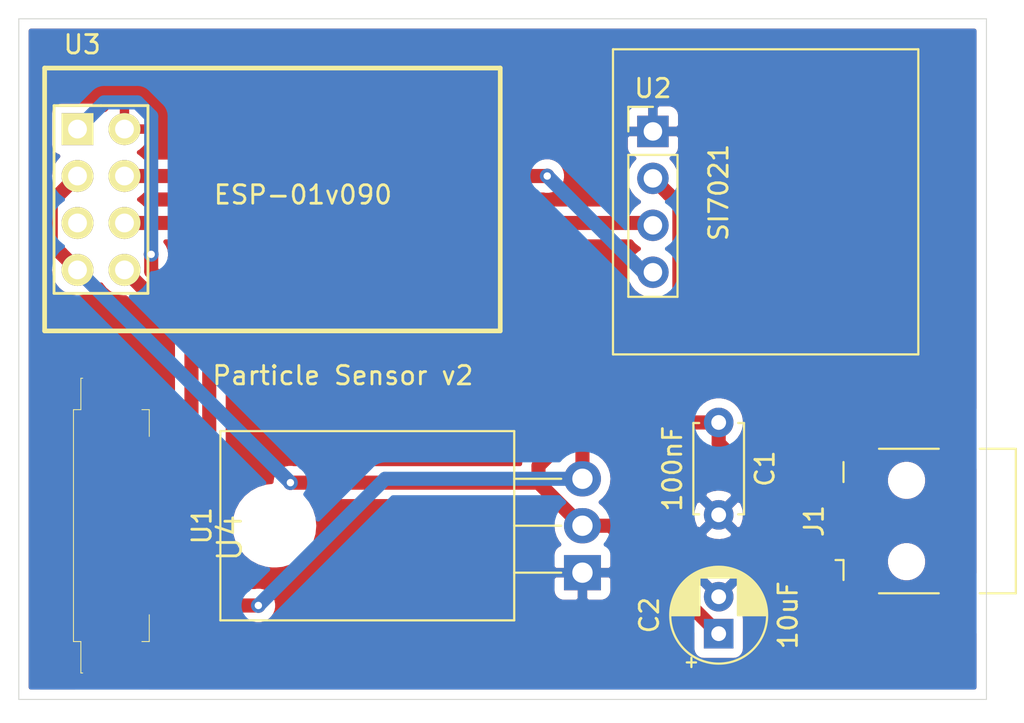
<source format=kicad_pcb>
(kicad_pcb (version 20171130) (host pcbnew "(5.1.4-0-10_14)")

  (general
    (thickness 1.6)
    (drawings 5)
    (tracks 54)
    (zones 0)
    (modules 7)
    (nets 9)
  )

  (page A4)
  (title_block
    (title "PM2.5 / Temp WiFi board")
    (date 2020-03-14)
    (rev v02)
    (comment 2 creativecommons.org/licenses/by/4.0)
    (comment 3 "License: CC BY 4.0")
    (comment 4 "Author: Aaron Patterson")
  )

  (layers
    (0 F.Cu signal)
    (31 B.Cu signal)
    (32 B.Adhes user)
    (33 F.Adhes user)
    (34 B.Paste user)
    (35 F.Paste user)
    (36 B.SilkS user)
    (37 F.SilkS user)
    (38 B.Mask user)
    (39 F.Mask user)
    (40 Dwgs.User user)
    (41 Cmts.User user)
    (42 Eco1.User user)
    (43 Eco2.User user)
    (44 Edge.Cuts user)
    (45 Margin user)
    (46 B.CrtYd user)
    (47 F.CrtYd user)
    (48 B.Fab user)
    (49 F.Fab user)
  )

  (setup
    (last_trace_width 0.762)
    (user_trace_width 0.762)
    (trace_clearance 0.2)
    (zone_clearance 0.508)
    (zone_45_only no)
    (trace_min 0.2)
    (via_size 0.8)
    (via_drill 0.4)
    (via_min_size 0.4)
    (via_min_drill 0.3)
    (uvia_size 0.3)
    (uvia_drill 0.1)
    (uvias_allowed no)
    (uvia_min_size 0.2)
    (uvia_min_drill 0.1)
    (edge_width 0.05)
    (segment_width 0.2)
    (pcb_text_width 0.3)
    (pcb_text_size 1.5 1.5)
    (mod_edge_width 0.12)
    (mod_text_size 1 1)
    (mod_text_width 0.15)
    (pad_size 1.524 1.524)
    (pad_drill 0.762)
    (pad_to_mask_clearance 0.051)
    (solder_mask_min_width 0.25)
    (aux_axis_origin 0 0)
    (visible_elements FFFFFF7F)
    (pcbplotparams
      (layerselection 0x010f0_ffffffff)
      (usegerberextensions false)
      (usegerberattributes false)
      (usegerberadvancedattributes false)
      (creategerberjobfile false)
      (excludeedgelayer true)
      (linewidth 0.100000)
      (plotframeref false)
      (viasonmask false)
      (mode 1)
      (useauxorigin false)
      (hpglpennumber 1)
      (hpglpenspeed 20)
      (hpglpendiameter 15.000000)
      (psnegative false)
      (psa4output false)
      (plotreference true)
      (plotvalue true)
      (plotinvisibletext false)
      (padsonsilk false)
      (subtractmaskfromsilk false)
      (outputformat 1)
      (mirror false)
      (drillshape 0)
      (scaleselection 1)
      (outputdirectory "gerbers/"))
  )

  (net 0 "")
  (net 1 +5V)
  (net 2 GND)
  (net 3 +3V3)
  (net 4 "Net-(U2-Pad2)")
  (net 5 "Net-(U2-Pad1)")
  (net 6 "Net-(U3-Pad1)")
  (net 7 "Net-(U3-Pad8)")
  (net 8 "Net-(J1-Pad6)")

  (net_class Default "This is the default net class."
    (clearance 0.2)
    (trace_width 0.25)
    (via_dia 0.8)
    (via_drill 0.4)
    (uvia_dia 0.3)
    (uvia_drill 0.1)
    (add_net +3V3)
    (add_net +5V)
    (add_net GND)
    (add_net "Net-(J1-Pad6)")
    (add_net "Net-(U2-Pad1)")
    (add_net "Net-(U2-Pad2)")
    (add_net "Net-(U3-Pad1)")
    (add_net "Net-(U3-Pad8)")
  )

  (module Connector_USB:USB_Mini-B_Lumberg_2486_01_Horizontal (layer F.Cu) (tedit 5AC6B535) (tstamp 5E6D40F4)
    (at 185.166 131.318 90)
    (descr "USB Mini-B 5-pin SMD connector, http://downloads.lumberg.com/datenblaetter/en/2486_01.pdf")
    (tags "USB USB_B USB_Mini connector")
    (path /5E4F7857)
    (attr smd)
    (fp_text reference J1 (at 0 -5 90) (layer F.SilkS)
      (effects (font (size 1 1) (thickness 0.15)))
    )
    (fp_text value USB_B_Mini (at 7.366 -0.508 180) (layer F.Fab)
      (effects (font (size 1 1) (thickness 0.15)))
    )
    (fp_line (start -4.35 6.35) (end -4.35 4.2) (layer F.CrtYd) (width 0.05))
    (fp_line (start -4.35 4.2) (end -5.95 4.2) (layer F.CrtYd) (width 0.05))
    (fp_line (start -5.95 1.5) (end -5.95 4.2) (layer F.CrtYd) (width 0.05))
    (fp_line (start -4.35 1.5) (end -5.95 1.5) (layer F.CrtYd) (width 0.05))
    (fp_line (start -4.35 -1.25) (end -4.35 1.5) (layer F.CrtYd) (width 0.05))
    (fp_line (start -4.35 -1.25) (end -5.95 -1.25) (layer F.CrtYd) (width 0.05))
    (fp_line (start -5.95 -3.95) (end -5.95 -1.25) (layer F.CrtYd) (width 0.05))
    (fp_line (start -5.95 -3.95) (end -2.35 -3.95) (layer F.CrtYd) (width 0.05))
    (fp_line (start -2.35 -3.95) (end -2.35 -4.2) (layer F.CrtYd) (width 0.05))
    (fp_line (start 5.95 -3.95) (end 5.95 -1.25) (layer F.CrtYd) (width 0.05))
    (fp_line (start 4.35 -1.25) (end 5.95 -1.25) (layer F.CrtYd) (width 0.05))
    (fp_line (start 4.35 -1.25) (end 4.35 1.5) (layer F.CrtYd) (width 0.05))
    (fp_line (start -1.95 -3.35) (end -1.6 -2.85) (layer F.Fab) (width 0.1))
    (fp_line (start 5.95 1.5) (end 5.95 4.2) (layer F.CrtYd) (width 0.05))
    (fp_line (start 5.95 -3.95) (end 2.35 -3.95) (layer F.CrtYd) (width 0.05))
    (fp_line (start -4.35 6.35) (end 4.35 6.35) (layer F.CrtYd) (width 0.05))
    (fp_line (start -3.85 -3.35) (end 3.85 -3.35) (layer F.Fab) (width 0.1))
    (fp_line (start -3.85 -3.35) (end -3.85 5.85) (layer F.Fab) (width 0.1))
    (fp_line (start -3.85 5.85) (end 3.85 5.85) (layer F.Fab) (width 0.1))
    (fp_line (start 3.85 5.85) (end 3.85 -3.35) (layer F.Fab) (width 0.1))
    (fp_line (start -3.91 5.91) (end -3.91 3.96) (layer F.SilkS) (width 0.12))
    (fp_line (start -3.91 1.74) (end -3.91 -1.49) (layer F.SilkS) (width 0.12))
    (fp_line (start -3.19 -3.41) (end -2.11 -3.41) (layer F.SilkS) (width 0.12))
    (fp_line (start 2.11 -3.41) (end 3.19 -3.41) (layer F.SilkS) (width 0.12))
    (fp_line (start 3.91 1.74) (end 3.91 -1.49) (layer F.SilkS) (width 0.12))
    (fp_line (start 3.91 5.91) (end 3.91 3.96) (layer F.SilkS) (width 0.12))
    (fp_text user %R (at 0 1.6 270) (layer F.Fab)
      (effects (font (size 1 1) (thickness 0.15)))
    )
    (fp_line (start -2.11 -3.41) (end -2.11 -3.84) (layer F.SilkS) (width 0.12))
    (fp_line (start -1.6 -2.85) (end -1.25 -3.35) (layer F.Fab) (width 0.1))
    (fp_line (start 3.91 5.91) (end -3.91 5.91) (layer F.SilkS) (width 0.12))
    (fp_line (start 4.35 6.35) (end 4.35 4.2) (layer F.CrtYd) (width 0.05))
    (fp_line (start 4.35 4.2) (end 5.95 4.2) (layer F.CrtYd) (width 0.05))
    (fp_line (start 4.35 1.5) (end 5.95 1.5) (layer F.CrtYd) (width 0.05))
    (fp_line (start 2.35 -3.95) (end 2.35 -4.2) (layer F.CrtYd) (width 0.05))
    (fp_line (start 2.35 -4.2) (end -2.35 -4.2) (layer F.CrtYd) (width 0.05))
    (pad "" np_thru_hole circle (at 2.2 0 90) (size 1 1) (drill 1) (layers *.Cu *.Mask))
    (pad "" np_thru_hole circle (at -2.2 0 90) (size 1 1) (drill 1) (layers *.Cu *.Mask))
    (pad 6 smd rect (at 4.45 2.85 90) (size 2 1.7) (layers F.Cu F.Paste F.Mask)
      (net 8 "Net-(J1-Pad6)"))
    (pad 6 smd rect (at 4.45 -2.6 90) (size 2 1.7) (layers F.Cu F.Paste F.Mask)
      (net 8 "Net-(J1-Pad6)"))
    (pad 6 smd rect (at -4.45 2.85 90) (size 2 1.7) (layers F.Cu F.Paste F.Mask)
      (net 8 "Net-(J1-Pad6)"))
    (pad 6 smd rect (at -4.45 -2.6 90) (size 2 1.7) (layers F.Cu F.Paste F.Mask)
      (net 8 "Net-(J1-Pad6)"))
    (pad 5 smd rect (at 1.6 -2.7 90) (size 0.5 2) (layers F.Cu F.Paste F.Mask)
      (net 2 GND))
    (pad 4 smd rect (at 0.8 -2.7 90) (size 0.5 2) (layers F.Cu F.Paste F.Mask))
    (pad 3 smd rect (at 0 -2.7 90) (size 0.5 2) (layers F.Cu F.Paste F.Mask))
    (pad 2 smd rect (at -0.8 -2.7 90) (size 0.5 2) (layers F.Cu F.Paste F.Mask))
    (pad 1 smd rect (at -1.6 -2.7 90) (size 0.5 2) (layers F.Cu F.Paste F.Mask)
      (net 1 +5V))
    (model ${KISYS3DMOD}/Connector_USB.3dshapes/USB_Mini-B_Lumberg_2486_01_Horizontal.wrl
      (at (xyz 0 0 0))
      (scale (xyz 1 1 1))
      (rotate (xyz 0 0 0))
    )
  )

  (module Capacitor_THT:C_Disc_D4.7mm_W2.5mm_P5.00mm (layer F.Cu) (tedit 5AE50EF0) (tstamp 5E11604E)
    (at 175.006 125.984 270)
    (descr "C, Disc series, Radial, pin pitch=5.00mm, , diameter*width=4.7*2.5mm^2, Capacitor, http://www.vishay.com/docs/45233/krseries.pdf")
    (tags "C Disc series Radial pin pitch 5.00mm  diameter 4.7mm width 2.5mm Capacitor")
    (path /5E11689B)
    (fp_text reference C1 (at 2.5 -2.5 90) (layer F.SilkS)
      (effects (font (size 1 1) (thickness 0.15)))
    )
    (fp_text value 100nF (at 2.5 2.5 90) (layer F.SilkS)
      (effects (font (size 1 1) (thickness 0.15)))
    )
    (fp_line (start 0.15 -1.25) (end 0.15 1.25) (layer F.Fab) (width 0.1))
    (fp_line (start 0.15 1.25) (end 4.85 1.25) (layer F.Fab) (width 0.1))
    (fp_line (start 4.85 1.25) (end 4.85 -1.25) (layer F.Fab) (width 0.1))
    (fp_line (start 4.85 -1.25) (end 0.15 -1.25) (layer F.Fab) (width 0.1))
    (fp_line (start 0.03 -1.37) (end 4.97 -1.37) (layer F.SilkS) (width 0.12))
    (fp_line (start 0.03 1.37) (end 4.97 1.37) (layer F.SilkS) (width 0.12))
    (fp_line (start 0.03 -1.37) (end 0.03 -1.055) (layer F.SilkS) (width 0.12))
    (fp_line (start 0.03 1.055) (end 0.03 1.37) (layer F.SilkS) (width 0.12))
    (fp_line (start 4.97 -1.37) (end 4.97 -1.055) (layer F.SilkS) (width 0.12))
    (fp_line (start 4.97 1.055) (end 4.97 1.37) (layer F.SilkS) (width 0.12))
    (fp_line (start -1.05 -1.5) (end -1.05 1.5) (layer F.CrtYd) (width 0.05))
    (fp_line (start -1.05 1.5) (end 6.05 1.5) (layer F.CrtYd) (width 0.05))
    (fp_line (start 6.05 1.5) (end 6.05 -1.5) (layer F.CrtYd) (width 0.05))
    (fp_line (start 6.05 -1.5) (end -1.05 -1.5) (layer F.CrtYd) (width 0.05))
    (fp_text user %R (at 2.286 2.032 90) (layer F.Fab)
      (effects (font (size 0.94 0.94) (thickness 0.141)))
    )
    (pad 1 thru_hole circle (at 0 0 270) (size 1.6 1.6) (drill 0.8) (layers *.Cu *.Mask)
      (net 1 +5V))
    (pad 2 thru_hole circle (at 5 0 270) (size 1.6 1.6) (drill 0.8) (layers *.Cu *.Mask)
      (net 2 GND))
    (model ${KISYS3DMOD}/Capacitor_THT.3dshapes/C_Disc_D4.7mm_W2.5mm_P5.00mm.wrl
      (at (xyz 0 0 0))
      (scale (xyz 1 1 1))
      (rotate (xyz 0 0 0))
    )
  )

  (module Capacitor_THT:CP_Radial_D5.0mm_P2.00mm (layer F.Cu) (tedit 5AE50EF0) (tstamp 5E116561)
    (at 175.006 137.414 90)
    (descr "CP, Radial series, Radial, pin pitch=2.00mm, , diameter=5mm, Electrolytic Capacitor")
    (tags "CP Radial series Radial pin pitch 2.00mm  diameter 5mm Electrolytic Capacitor")
    (path /5E116234)
    (fp_text reference C2 (at 1 -3.75 90) (layer F.SilkS)
      (effects (font (size 1 1) (thickness 0.15)))
    )
    (fp_text value 10uF (at 1 3.75 90) (layer F.SilkS)
      (effects (font (size 1 1) (thickness 0.15)))
    )
    (fp_circle (center 1 0) (end 3.5 0) (layer F.Fab) (width 0.1))
    (fp_circle (center 1 0) (end 3.62 0) (layer F.SilkS) (width 0.12))
    (fp_circle (center 1 0) (end 3.75 0) (layer F.CrtYd) (width 0.05))
    (fp_line (start -1.133605 -1.0875) (end -0.633605 -1.0875) (layer F.Fab) (width 0.1))
    (fp_line (start -0.883605 -1.3375) (end -0.883605 -0.8375) (layer F.Fab) (width 0.1))
    (fp_line (start 1 1.04) (end 1 2.58) (layer F.SilkS) (width 0.12))
    (fp_line (start 1 -2.58) (end 1 -1.04) (layer F.SilkS) (width 0.12))
    (fp_line (start 1.04 1.04) (end 1.04 2.58) (layer F.SilkS) (width 0.12))
    (fp_line (start 1.04 -2.58) (end 1.04 -1.04) (layer F.SilkS) (width 0.12))
    (fp_line (start 1.08 -2.579) (end 1.08 -1.04) (layer F.SilkS) (width 0.12))
    (fp_line (start 1.08 1.04) (end 1.08 2.579) (layer F.SilkS) (width 0.12))
    (fp_line (start 1.12 -2.578) (end 1.12 -1.04) (layer F.SilkS) (width 0.12))
    (fp_line (start 1.12 1.04) (end 1.12 2.578) (layer F.SilkS) (width 0.12))
    (fp_line (start 1.16 -2.576) (end 1.16 -1.04) (layer F.SilkS) (width 0.12))
    (fp_line (start 1.16 1.04) (end 1.16 2.576) (layer F.SilkS) (width 0.12))
    (fp_line (start 1.2 -2.573) (end 1.2 -1.04) (layer F.SilkS) (width 0.12))
    (fp_line (start 1.2 1.04) (end 1.2 2.573) (layer F.SilkS) (width 0.12))
    (fp_line (start 1.24 -2.569) (end 1.24 -1.04) (layer F.SilkS) (width 0.12))
    (fp_line (start 1.24 1.04) (end 1.24 2.569) (layer F.SilkS) (width 0.12))
    (fp_line (start 1.28 -2.565) (end 1.28 -1.04) (layer F.SilkS) (width 0.12))
    (fp_line (start 1.28 1.04) (end 1.28 2.565) (layer F.SilkS) (width 0.12))
    (fp_line (start 1.32 -2.561) (end 1.32 -1.04) (layer F.SilkS) (width 0.12))
    (fp_line (start 1.32 1.04) (end 1.32 2.561) (layer F.SilkS) (width 0.12))
    (fp_line (start 1.36 -2.556) (end 1.36 -1.04) (layer F.SilkS) (width 0.12))
    (fp_line (start 1.36 1.04) (end 1.36 2.556) (layer F.SilkS) (width 0.12))
    (fp_line (start 1.4 -2.55) (end 1.4 -1.04) (layer F.SilkS) (width 0.12))
    (fp_line (start 1.4 1.04) (end 1.4 2.55) (layer F.SilkS) (width 0.12))
    (fp_line (start 1.44 -2.543) (end 1.44 -1.04) (layer F.SilkS) (width 0.12))
    (fp_line (start 1.44 1.04) (end 1.44 2.543) (layer F.SilkS) (width 0.12))
    (fp_line (start 1.48 -2.536) (end 1.48 -1.04) (layer F.SilkS) (width 0.12))
    (fp_line (start 1.48 1.04) (end 1.48 2.536) (layer F.SilkS) (width 0.12))
    (fp_line (start 1.52 -2.528) (end 1.52 -1.04) (layer F.SilkS) (width 0.12))
    (fp_line (start 1.52 1.04) (end 1.52 2.528) (layer F.SilkS) (width 0.12))
    (fp_line (start 1.56 -2.52) (end 1.56 -1.04) (layer F.SilkS) (width 0.12))
    (fp_line (start 1.56 1.04) (end 1.56 2.52) (layer F.SilkS) (width 0.12))
    (fp_line (start 1.6 -2.511) (end 1.6 -1.04) (layer F.SilkS) (width 0.12))
    (fp_line (start 1.6 1.04) (end 1.6 2.511) (layer F.SilkS) (width 0.12))
    (fp_line (start 1.64 -2.501) (end 1.64 -1.04) (layer F.SilkS) (width 0.12))
    (fp_line (start 1.64 1.04) (end 1.64 2.501) (layer F.SilkS) (width 0.12))
    (fp_line (start 1.68 -2.491) (end 1.68 -1.04) (layer F.SilkS) (width 0.12))
    (fp_line (start 1.68 1.04) (end 1.68 2.491) (layer F.SilkS) (width 0.12))
    (fp_line (start 1.721 -2.48) (end 1.721 -1.04) (layer F.SilkS) (width 0.12))
    (fp_line (start 1.721 1.04) (end 1.721 2.48) (layer F.SilkS) (width 0.12))
    (fp_line (start 1.761 -2.468) (end 1.761 -1.04) (layer F.SilkS) (width 0.12))
    (fp_line (start 1.761 1.04) (end 1.761 2.468) (layer F.SilkS) (width 0.12))
    (fp_line (start 1.801 -2.455) (end 1.801 -1.04) (layer F.SilkS) (width 0.12))
    (fp_line (start 1.801 1.04) (end 1.801 2.455) (layer F.SilkS) (width 0.12))
    (fp_line (start 1.841 -2.442) (end 1.841 -1.04) (layer F.SilkS) (width 0.12))
    (fp_line (start 1.841 1.04) (end 1.841 2.442) (layer F.SilkS) (width 0.12))
    (fp_line (start 1.881 -2.428) (end 1.881 -1.04) (layer F.SilkS) (width 0.12))
    (fp_line (start 1.881 1.04) (end 1.881 2.428) (layer F.SilkS) (width 0.12))
    (fp_line (start 1.921 -2.414) (end 1.921 -1.04) (layer F.SilkS) (width 0.12))
    (fp_line (start 1.921 1.04) (end 1.921 2.414) (layer F.SilkS) (width 0.12))
    (fp_line (start 1.961 -2.398) (end 1.961 -1.04) (layer F.SilkS) (width 0.12))
    (fp_line (start 1.961 1.04) (end 1.961 2.398) (layer F.SilkS) (width 0.12))
    (fp_line (start 2.001 -2.382) (end 2.001 -1.04) (layer F.SilkS) (width 0.12))
    (fp_line (start 2.001 1.04) (end 2.001 2.382) (layer F.SilkS) (width 0.12))
    (fp_line (start 2.041 -2.365) (end 2.041 -1.04) (layer F.SilkS) (width 0.12))
    (fp_line (start 2.041 1.04) (end 2.041 2.365) (layer F.SilkS) (width 0.12))
    (fp_line (start 2.081 -2.348) (end 2.081 -1.04) (layer F.SilkS) (width 0.12))
    (fp_line (start 2.081 1.04) (end 2.081 2.348) (layer F.SilkS) (width 0.12))
    (fp_line (start 2.121 -2.329) (end 2.121 -1.04) (layer F.SilkS) (width 0.12))
    (fp_line (start 2.121 1.04) (end 2.121 2.329) (layer F.SilkS) (width 0.12))
    (fp_line (start 2.161 -2.31) (end 2.161 -1.04) (layer F.SilkS) (width 0.12))
    (fp_line (start 2.161 1.04) (end 2.161 2.31) (layer F.SilkS) (width 0.12))
    (fp_line (start 2.201 -2.29) (end 2.201 -1.04) (layer F.SilkS) (width 0.12))
    (fp_line (start 2.201 1.04) (end 2.201 2.29) (layer F.SilkS) (width 0.12))
    (fp_line (start 2.241 -2.268) (end 2.241 -1.04) (layer F.SilkS) (width 0.12))
    (fp_line (start 2.241 1.04) (end 2.241 2.268) (layer F.SilkS) (width 0.12))
    (fp_line (start 2.281 -2.247) (end 2.281 -1.04) (layer F.SilkS) (width 0.12))
    (fp_line (start 2.281 1.04) (end 2.281 2.247) (layer F.SilkS) (width 0.12))
    (fp_line (start 2.321 -2.224) (end 2.321 -1.04) (layer F.SilkS) (width 0.12))
    (fp_line (start 2.321 1.04) (end 2.321 2.224) (layer F.SilkS) (width 0.12))
    (fp_line (start 2.361 -2.2) (end 2.361 -1.04) (layer F.SilkS) (width 0.12))
    (fp_line (start 2.361 1.04) (end 2.361 2.2) (layer F.SilkS) (width 0.12))
    (fp_line (start 2.401 -2.175) (end 2.401 -1.04) (layer F.SilkS) (width 0.12))
    (fp_line (start 2.401 1.04) (end 2.401 2.175) (layer F.SilkS) (width 0.12))
    (fp_line (start 2.441 -2.149) (end 2.441 -1.04) (layer F.SilkS) (width 0.12))
    (fp_line (start 2.441 1.04) (end 2.441 2.149) (layer F.SilkS) (width 0.12))
    (fp_line (start 2.481 -2.122) (end 2.481 -1.04) (layer F.SilkS) (width 0.12))
    (fp_line (start 2.481 1.04) (end 2.481 2.122) (layer F.SilkS) (width 0.12))
    (fp_line (start 2.521 -2.095) (end 2.521 -1.04) (layer F.SilkS) (width 0.12))
    (fp_line (start 2.521 1.04) (end 2.521 2.095) (layer F.SilkS) (width 0.12))
    (fp_line (start 2.561 -2.065) (end 2.561 -1.04) (layer F.SilkS) (width 0.12))
    (fp_line (start 2.561 1.04) (end 2.561 2.065) (layer F.SilkS) (width 0.12))
    (fp_line (start 2.601 -2.035) (end 2.601 -1.04) (layer F.SilkS) (width 0.12))
    (fp_line (start 2.601 1.04) (end 2.601 2.035) (layer F.SilkS) (width 0.12))
    (fp_line (start 2.641 -2.004) (end 2.641 -1.04) (layer F.SilkS) (width 0.12))
    (fp_line (start 2.641 1.04) (end 2.641 2.004) (layer F.SilkS) (width 0.12))
    (fp_line (start 2.681 -1.971) (end 2.681 -1.04) (layer F.SilkS) (width 0.12))
    (fp_line (start 2.681 1.04) (end 2.681 1.971) (layer F.SilkS) (width 0.12))
    (fp_line (start 2.721 -1.937) (end 2.721 -1.04) (layer F.SilkS) (width 0.12))
    (fp_line (start 2.721 1.04) (end 2.721 1.937) (layer F.SilkS) (width 0.12))
    (fp_line (start 2.761 -1.901) (end 2.761 -1.04) (layer F.SilkS) (width 0.12))
    (fp_line (start 2.761 1.04) (end 2.761 1.901) (layer F.SilkS) (width 0.12))
    (fp_line (start 2.801 -1.864) (end 2.801 -1.04) (layer F.SilkS) (width 0.12))
    (fp_line (start 2.801 1.04) (end 2.801 1.864) (layer F.SilkS) (width 0.12))
    (fp_line (start 2.841 -1.826) (end 2.841 -1.04) (layer F.SilkS) (width 0.12))
    (fp_line (start 2.841 1.04) (end 2.841 1.826) (layer F.SilkS) (width 0.12))
    (fp_line (start 2.881 -1.785) (end 2.881 -1.04) (layer F.SilkS) (width 0.12))
    (fp_line (start 2.881 1.04) (end 2.881 1.785) (layer F.SilkS) (width 0.12))
    (fp_line (start 2.921 -1.743) (end 2.921 -1.04) (layer F.SilkS) (width 0.12))
    (fp_line (start 2.921 1.04) (end 2.921 1.743) (layer F.SilkS) (width 0.12))
    (fp_line (start 2.961 -1.699) (end 2.961 -1.04) (layer F.SilkS) (width 0.12))
    (fp_line (start 2.961 1.04) (end 2.961 1.699) (layer F.SilkS) (width 0.12))
    (fp_line (start 3.001 -1.653) (end 3.001 -1.04) (layer F.SilkS) (width 0.12))
    (fp_line (start 3.001 1.04) (end 3.001 1.653) (layer F.SilkS) (width 0.12))
    (fp_line (start 3.041 -1.605) (end 3.041 1.605) (layer F.SilkS) (width 0.12))
    (fp_line (start 3.081 -1.554) (end 3.081 1.554) (layer F.SilkS) (width 0.12))
    (fp_line (start 3.121 -1.5) (end 3.121 1.5) (layer F.SilkS) (width 0.12))
    (fp_line (start 3.161 -1.443) (end 3.161 1.443) (layer F.SilkS) (width 0.12))
    (fp_line (start 3.201 -1.383) (end 3.201 1.383) (layer F.SilkS) (width 0.12))
    (fp_line (start 3.241 -1.319) (end 3.241 1.319) (layer F.SilkS) (width 0.12))
    (fp_line (start 3.281 -1.251) (end 3.281 1.251) (layer F.SilkS) (width 0.12))
    (fp_line (start 3.321 -1.178) (end 3.321 1.178) (layer F.SilkS) (width 0.12))
    (fp_line (start 3.361 -1.098) (end 3.361 1.098) (layer F.SilkS) (width 0.12))
    (fp_line (start 3.401 -1.011) (end 3.401 1.011) (layer F.SilkS) (width 0.12))
    (fp_line (start 3.441 -0.915) (end 3.441 0.915) (layer F.SilkS) (width 0.12))
    (fp_line (start 3.481 -0.805) (end 3.481 0.805) (layer F.SilkS) (width 0.12))
    (fp_line (start 3.521 -0.677) (end 3.521 0.677) (layer F.SilkS) (width 0.12))
    (fp_line (start 3.561 -0.518) (end 3.561 0.518) (layer F.SilkS) (width 0.12))
    (fp_line (start 3.601 -0.284) (end 3.601 0.284) (layer F.SilkS) (width 0.12))
    (fp_line (start -1.804775 -1.475) (end -1.304775 -1.475) (layer F.SilkS) (width 0.12))
    (fp_line (start -1.554775 -1.725) (end -1.554775 -1.225) (layer F.SilkS) (width 0.12))
    (fp_text user %R (at 1 0 90) (layer F.Fab)
      (effects (font (size 1 1) (thickness 0.15)))
    )
    (pad 1 thru_hole rect (at 0 0 90) (size 1.6 1.6) (drill 0.8) (layers *.Cu *.Mask)
      (net 3 +3V3))
    (pad 2 thru_hole circle (at 2 0 90) (size 1.6 1.6) (drill 0.8) (layers *.Cu *.Mask)
      (net 2 GND))
    (model ${KISYS3DMOD}/Capacitor_THT.3dshapes/CP_Radial_D5.0mm_P2.00mm.wrl
      (at (xyz 0 0 0))
      (scale (xyz 1 1 1))
      (rotate (xyz 0 0 0))
    )
  )

  (module Package_TO_SOT_THT:TO-220-3_Horizontal_TabDown (layer F.Cu) (tedit 5AC8BA0D) (tstamp 5E11610D)
    (at 167.64 134.112 90)
    (descr "TO-220-3, Horizontal, RM 2.54mm, see https://www.vishay.com/docs/66542/to-220-1.pdf")
    (tags "TO-220-3 Horizontal RM 2.54mm")
    (path /5E1150DD)
    (fp_text reference U1 (at 2.54 -20.58 90) (layer F.SilkS)
      (effects (font (size 1 1) (thickness 0.15)))
    )
    (fp_text value LD1117S33TR_TO220 (at 2.54 2 90) (layer F.Fab)
      (effects (font (size 1 1) (thickness 0.15)))
    )
    (fp_circle (center 2.54 -16.66) (end 4.39 -16.66) (layer F.Fab) (width 0.1))
    (fp_line (start -2.46 -13.06) (end -2.46 -19.46) (layer F.Fab) (width 0.1))
    (fp_line (start -2.46 -19.46) (end 7.54 -19.46) (layer F.Fab) (width 0.1))
    (fp_line (start 7.54 -19.46) (end 7.54 -13.06) (layer F.Fab) (width 0.1))
    (fp_line (start 7.54 -13.06) (end -2.46 -13.06) (layer F.Fab) (width 0.1))
    (fp_line (start -2.46 -3.81) (end -2.46 -13.06) (layer F.Fab) (width 0.1))
    (fp_line (start -2.46 -13.06) (end 7.54 -13.06) (layer F.Fab) (width 0.1))
    (fp_line (start 7.54 -13.06) (end 7.54 -3.81) (layer F.Fab) (width 0.1))
    (fp_line (start 7.54 -3.81) (end -2.46 -3.81) (layer F.Fab) (width 0.1))
    (fp_line (start 0 -3.81) (end 0 0) (layer F.Fab) (width 0.1))
    (fp_line (start 2.54 -3.81) (end 2.54 0) (layer F.Fab) (width 0.1))
    (fp_line (start 5.08 -3.81) (end 5.08 0) (layer F.Fab) (width 0.1))
    (fp_line (start -2.58 -3.69) (end 7.66 -3.69) (layer F.SilkS) (width 0.12))
    (fp_line (start -2.58 -19.58) (end 7.66 -19.58) (layer F.SilkS) (width 0.12))
    (fp_line (start -2.58 -19.58) (end -2.58 -3.69) (layer F.SilkS) (width 0.12))
    (fp_line (start 7.66 -19.58) (end 7.66 -3.69) (layer F.SilkS) (width 0.12))
    (fp_line (start 0 -3.69) (end 0 -1.15) (layer F.SilkS) (width 0.12))
    (fp_line (start 2.54 -3.69) (end 2.54 -1.15) (layer F.SilkS) (width 0.12))
    (fp_line (start 5.08 -3.69) (end 5.08 -1.15) (layer F.SilkS) (width 0.12))
    (fp_line (start -2.71 -19.71) (end -2.71 1.25) (layer F.CrtYd) (width 0.05))
    (fp_line (start -2.71 1.25) (end 7.79 1.25) (layer F.CrtYd) (width 0.05))
    (fp_line (start 7.79 1.25) (end 7.79 -19.71) (layer F.CrtYd) (width 0.05))
    (fp_line (start 7.79 -19.71) (end -2.71 -19.71) (layer F.CrtYd) (width 0.05))
    (fp_text user %R (at 2.54 -20.58 90) (layer F.Fab)
      (effects (font (size 1 1) (thickness 0.15)))
    )
    (pad "" np_thru_hole oval (at 2.54 -16.66 90) (size 3.5 3.5) (drill 3.5) (layers *.Cu *.Mask))
    (pad 1 thru_hole rect (at 0 0 90) (size 1.905 2) (drill 1.1) (layers *.Cu *.Mask)
      (net 2 GND))
    (pad 2 thru_hole oval (at 2.54 0 90) (size 1.905 2) (drill 1.1) (layers *.Cu *.Mask)
      (net 3 +3V3))
    (pad 3 thru_hole oval (at 5.08 0 90) (size 1.905 2) (drill 1.1) (layers *.Cu *.Mask)
      (net 1 +5V))
    (model ${KISYS3DMOD}/Package_TO_SOT_THT.3dshapes/TO-220-3_Horizontal_TabDown.wrl
      (at (xyz 0 0 0))
      (scale (xyz 1 1 1))
      (rotate (xyz 0 0 0))
    )
  )

  (module pm_25:SI7021Breakout (layer F.Cu) (tedit 5E112258) (tstamp 5E116129)
    (at 177.546 114.046)
    (descr "Through hole straight pin header, 1x04, 2.54mm pitch, single row")
    (tags "Through hole pin header THT 1x04 2.54mm single row")
    (path /5E11260A)
    (fp_text reference U2 (at -6.096 -6.14) (layer F.SilkS)
      (effects (font (size 1 1) (thickness 0.15)))
    )
    (fp_text value SI7021 (at -2.54 -0.508 -90) (layer F.SilkS)
      (effects (font (size 1 1) (thickness 0.15)))
    )
    (fp_line (start -6.731 -5.08) (end -4.826 -5.08) (layer F.Fab) (width 0.1))
    (fp_line (start -4.826 -5.08) (end -4.826 5.08) (layer F.Fab) (width 0.1))
    (fp_line (start -4.826 5.08) (end -7.366 5.08) (layer F.Fab) (width 0.1))
    (fp_line (start -7.366 5.08) (end -7.366 -4.445) (layer F.Fab) (width 0.1))
    (fp_line (start -7.366 -4.445) (end -6.731 -5.08) (layer F.Fab) (width 0.1))
    (fp_line (start -7.426 5.14) (end -4.766 5.14) (layer F.SilkS) (width 0.12))
    (fp_line (start -7.426 -2.54) (end -7.426 5.14) (layer F.SilkS) (width 0.12))
    (fp_line (start -4.766 -2.54) (end -4.766 5.14) (layer F.SilkS) (width 0.12))
    (fp_line (start -7.426 -2.54) (end -4.766 -2.54) (layer F.SilkS) (width 0.12))
    (fp_line (start -7.426 -3.81) (end -7.426 -5.14) (layer F.SilkS) (width 0.12))
    (fp_line (start -7.426 -5.14) (end -6.096 -5.14) (layer F.SilkS) (width 0.12))
    (fp_line (start -7.896 -5.61) (end -7.896 5.59) (layer F.CrtYd) (width 0.05))
    (fp_line (start -7.896 5.59) (end -4.296 5.59) (layer F.CrtYd) (width 0.05))
    (fp_line (start -4.296 5.59) (end -4.296 -5.61) (layer F.CrtYd) (width 0.05))
    (fp_line (start -4.296 -5.61) (end -7.896 -5.61) (layer F.CrtYd) (width 0.05))
    (fp_text user %R (at -6.096 0 -270) (layer F.Fab)
      (effects (font (size 1 1) (thickness 0.15)))
    )
    (fp_line (start 8.255 -8.255) (end 8.255 8.255) (layer F.SilkS) (width 0.12))
    (fp_line (start -8.255 -8.255) (end 8.255 -8.255) (layer F.SilkS) (width 0.12))
    (fp_line (start -8.255 8.255) (end 8.255 8.255) (layer F.SilkS) (width 0.12))
    (fp_line (start -8.255 -8.255) (end -8.255 8.255) (layer F.SilkS) (width 0.12))
    (pad 4 thru_hole rect (at -6.096 -3.81) (size 1.7 1.7) (drill 1) (layers *.Cu *.Mask)
      (net 2 GND))
    (pad 3 thru_hole oval (at -6.096 -1.27) (size 1.7 1.7) (drill 1) (layers *.Cu *.Mask)
      (net 3 +3V3))
    (pad 2 thru_hole oval (at -6.096 1.27) (size 1.7 1.7) (drill 1) (layers *.Cu *.Mask)
      (net 4 "Net-(U2-Pad2)"))
    (pad 1 thru_hole oval (at -6.096 3.81) (size 1.7 1.7) (drill 1) (layers *.Cu *.Mask)
      (net 5 "Net-(U2-Pad1)"))
    (model ${KISYS3DMOD}/Connector_PinHeader_2.54mm.3dshapes/PinHeader_1x04_P2.54mm_Vertical.wrl
      (at (xyz 0 0 0))
      (scale (xyz 1 1 1))
      (rotate (xyz 0 0 0))
    )
  )

  (module ESP8266:ESP-01 (layer F.Cu) (tedit 577EF889) (tstamp 5E116147)
    (at 140.335001 110.109001)
    (descr "Module, ESP-8266, ESP-01, 8 pin")
    (tags "Module ESP-8266 ESP8266")
    (path /5E11423F)
    (fp_text reference U3 (at 0.254 -4.572) (layer F.SilkS)
      (effects (font (size 1 1) (thickness 0.15)))
    )
    (fp_text value ESP-01v090 (at 12.192 3.556) (layer F.SilkS)
      (effects (font (size 1 1) (thickness 0.15)))
    )
    (fp_line (start -1.778 -3.302) (end 22.86 -3.302) (layer F.SilkS) (width 0.254))
    (fp_line (start 22.86 -3.302) (end 22.86 10.922) (layer F.SilkS) (width 0.254))
    (fp_line (start 22.86 10.922) (end -1.778 10.922) (layer F.SilkS) (width 0.254))
    (fp_line (start -1.778 10.922) (end -1.778 -3.302) (layer F.SilkS) (width 0.254))
    (fp_line (start -1.778 -3.302) (end 22.86 -3.302) (layer F.Fab) (width 0.05))
    (fp_line (start 22.86 -3.302) (end 22.86 10.922) (layer F.Fab) (width 0.05))
    (fp_line (start 22.86 10.922) (end -1.778 10.922) (layer F.Fab) (width 0.05))
    (fp_line (start -1.778 10.922) (end -1.778 -3.302) (layer F.Fab) (width 0.05))
    (fp_line (start 1.27 -1.27) (end -1.27 -1.27) (layer F.SilkS) (width 0.1524))
    (fp_line (start -1.27 -1.27) (end -1.27 1.27) (layer F.SilkS) (width 0.1524))
    (fp_line (start -1.75 -1.75) (end -1.75 9.4) (layer F.CrtYd) (width 0.05))
    (fp_line (start 4.3 -1.75) (end 4.3 9.4) (layer F.CrtYd) (width 0.05))
    (fp_line (start -1.75 -1.75) (end 4.3 -1.75) (layer F.CrtYd) (width 0.05))
    (fp_line (start -1.75 9.4) (end 4.3 9.4) (layer F.CrtYd) (width 0.05))
    (fp_line (start -1.27 1.27) (end -1.27 8.89) (layer F.SilkS) (width 0.1524))
    (fp_line (start -1.27 8.89) (end 3.81 8.89) (layer F.SilkS) (width 0.1524))
    (fp_line (start 3.81 8.89) (end 3.81 -1.27) (layer F.SilkS) (width 0.1524))
    (fp_line (start 3.81 -1.27) (end 1.27 -1.27) (layer F.SilkS) (width 0.1524))
    (pad 1 thru_hole rect (at 0 0) (size 1.7272 1.7272) (drill 1.016) (layers *.Cu *.Mask F.SilkS)
      (net 6 "Net-(U3-Pad1)"))
    (pad 2 thru_hole oval (at 2.54 0) (size 1.7272 1.7272) (drill 1.016) (layers *.Cu *.Mask F.SilkS)
      (net 2 GND))
    (pad 3 thru_hole oval (at 0 2.54) (size 1.7272 1.7272) (drill 1.016) (layers *.Cu *.Mask F.SilkS)
      (net 3 +3V3))
    (pad 4 thru_hole oval (at 2.54 2.54) (size 1.7272 1.7272) (drill 1.016) (layers *.Cu *.Mask F.SilkS)
      (net 5 "Net-(U2-Pad1)"))
    (pad 5 thru_hole oval (at 0 5.08) (size 1.7272 1.7272) (drill 1.016) (layers *.Cu *.Mask F.SilkS))
    (pad 6 thru_hole oval (at 2.54 5.08) (size 1.7272 1.7272) (drill 1.016) (layers *.Cu *.Mask F.SilkS)
      (net 4 "Net-(U2-Pad2)"))
    (pad 7 thru_hole oval (at 0 7.62) (size 1.7272 1.7272) (drill 1.016) (layers *.Cu *.Mask F.SilkS)
      (net 3 +3V3))
    (pad 8 thru_hole oval (at 2.54 7.62) (size 1.7272 1.7272) (drill 1.016) (layers *.Cu *.Mask F.SilkS)
      (net 7 "Net-(U3-Pad8)"))
  )

  (module PMSX003-Breakout:0532610871 (layer F.Cu) (tedit 5E1116AB) (tstamp 5E116160)
    (at 141.986 131.572 270)
    (path /5E113090)
    (fp_text reference U4 (at 2.032 -5.842 90) (layer F.SilkS)
      (effects (font (size 1.27 1.27) (thickness 0.15)) (justify left top))
    )
    (fp_text value Plantower-PM2.5 (at 7.874 2.794 90) (layer F.Fab) hide
      (effects (font (size 1.27 1.27) (thickness 0.15)) (justify left top))
    )
    (fp_line (start -7.982 1.37) (end -7.982 1.47) (layer F.SilkS) (width 0.05))
    (fp_line (start -7.982 1.47) (end -6.282 1.47) (layer F.SilkS) (width 0.05))
    (fp_line (start -6.282 1.47) (end -6.282 1.87) (layer F.SilkS) (width 0.05))
    (fp_line (start -6.282 1.87) (end 6.268 1.87) (layer F.SilkS) (width 0.05))
    (fp_line (start 6.268 1.87) (end 6.268 1.47) (layer F.SilkS) (width 0.05))
    (fp_line (start 6.268 1.47) (end 7.968 1.47) (layer F.SilkS) (width 0.05))
    (fp_line (start 7.968 1.47) (end 7.968 1.37) (layer F.SilkS) (width 0.05))
    (fp_line (start -6.282 -1.83) (end -6.282 -2.23) (layer F.SilkS) (width 0.05))
    (fp_line (start -6.282 -2.23) (end -4.832 -2.23) (layer F.SilkS) (width 0.05))
    (fp_line (start 4.818 -2.23) (end 6.268 -2.23) (layer F.SilkS) (width 0.05))
    (fp_line (start 6.268 -2.23) (end 6.268 -1.83) (layer F.SilkS) (width 0.05))
    (pad 9 smd rect (at -7.332 -0.23) (size 2.999999 2.1) (layers F.Cu F.Paste F.Mask)
      (solder_mask_margin 0.1016))
    (pad 8 smd rect (at -4.382 -3.13) (size 1.6 0.8) (layers F.Cu F.Paste F.Mask)
      (solder_mask_margin 0.1016))
    (pad 7 smd rect (at -3.132 -3.13) (size 1.6 0.8) (layers F.Cu F.Paste F.Mask)
      (solder_mask_margin 0.1016))
    (pad 6 smd rect (at -1.882 -3.13) (size 1.6 0.8) (layers F.Cu F.Paste F.Mask)
      (solder_mask_margin 0.1016))
    (pad 5 smd rect (at -0.632 -3.13) (size 1.6 0.8) (layers F.Cu F.Paste F.Mask)
      (net 7 "Net-(U3-Pad8)") (solder_mask_margin 0.1016))
    (pad 4 smd rect (at 0.618 -3.13) (size 1.6 0.8) (layers F.Cu F.Paste F.Mask)
      (net 6 "Net-(U3-Pad1)") (solder_mask_margin 0.1016))
    (pad 3 smd rect (at 1.868 -3.13) (size 1.6 0.8) (layers F.Cu F.Paste F.Mask)
      (solder_mask_margin 0.1016))
    (pad 2 smd rect (at 3.118 -3.13) (size 1.6 0.8) (layers F.Cu F.Paste F.Mask)
      (net 2 GND) (solder_mask_margin 0.1016))
    (pad 1 smd rect (at 4.368 -3.13) (size 1.6 0.8) (layers F.Cu F.Paste F.Mask)
      (net 1 +5V) (solder_mask_margin 0.1016))
    (pad 0 smd rect (at 7.318 -0.23) (size 2.999999 2.1) (layers F.Cu F.Paste F.Mask)
      (solder_mask_margin 0.1016))
  )

  (gr_text "Particle Sensor v2" (at 154.686 123.444) (layer F.SilkS)
    (effects (font (size 1 1) (thickness 0.15)))
  )
  (gr_line (start 137.16 140.97) (end 137.16 104.14) (layer Edge.Cuts) (width 0.05) (tstamp 5E116D84))
  (gr_line (start 189.484 140.97) (end 137.16 140.97) (layer Edge.Cuts) (width 0.05))
  (gr_line (start 189.484 104.14) (end 189.484 140.97) (layer Edge.Cuts) (width 0.05))
  (gr_line (start 137.16 104.14) (end 189.484 104.14) (layer Edge.Cuts) (width 0.05))

  (segment (start 175.006 127.11537) (end 180.839631 132.949001) (width 0.762) (layer F.Cu) (net 1))
  (segment (start 181.001199 132.949001) (end 182.466 132.949001) (width 0.762) (layer F.Cu) (net 1))
  (segment (start 180.839631 132.949001) (end 181.001199 132.949001) (width 0.762) (layer F.Cu) (net 1))
  (segment (start 175.006 125.984) (end 175.006 127.11537) (width 0.762) (layer F.Cu) (net 1))
  (segment (start 167.64 127.3175) (end 167.64 129.032) (width 0.762) (layer F.Cu) (net 1))
  (segment (start 168.9735 125.984) (end 167.64 127.3175) (width 0.762) (layer F.Cu) (net 1))
  (segment (start 175.006 125.984) (end 168.9735 125.984) (width 0.762) (layer F.Cu) (net 1))
  (segment (start 156.969882 129.032) (end 150.114 135.887882) (width 0.762) (layer B.Cu) (net 1))
  (segment (start 167.64 129.032) (end 156.969882 129.032) (width 0.762) (layer B.Cu) (net 1))
  (segment (start 150.114 135.887882) (end 150.114 135.887882) (width 0.762) (layer B.Cu) (net 1) (tstamp 5E6D4E90))
  (via (at 150.114 135.887882) (size 0.8) (drill 0.4) (layers F.Cu B.Cu) (net 1))
  (segment (start 145.168118 135.887882) (end 145.116 135.94) (width 0.762) (layer F.Cu) (net 1))
  (segment (start 150.114 135.887882) (end 145.168118 135.887882) (width 0.762) (layer F.Cu) (net 1))
  (segment (start 169.164 131.572) (end 167.64 131.572) (width 0.762) (layer F.Cu) (net 3))
  (segment (start 175.006 137.414) (end 169.164 131.572) (width 0.762) (layer F.Cu) (net 3))
  (segment (start 165.261499 129.240999) (end 151.846999 129.240999) (width 0.762) (layer F.Cu) (net 3))
  (segment (start 167.5925 131.572) (end 165.261499 129.240999) (width 0.762) (layer F.Cu) (net 3))
  (segment (start 167.64 131.572) (end 167.5925 131.572) (width 0.762) (layer F.Cu) (net 3))
  (segment (start 139.471402 116.865402) (end 140.335001 117.729001) (width 0.762) (layer F.Cu) (net 3))
  (segment (start 138.8904 116.2844) (end 139.471402 116.865402) (width 0.762) (layer F.Cu) (net 3))
  (segment (start 138.8904 114.093602) (end 138.8904 116.2844) (width 0.762) (layer F.Cu) (net 3))
  (segment (start 140.335001 112.649001) (end 138.8904 114.093602) (width 0.762) (layer F.Cu) (net 3))
  (segment (start 172.299999 113.625999) (end 171.45 112.776) (width 0.762) (layer F.Cu) (net 3))
  (segment (start 172.881001 120.716013) (end 172.881001 114.207001) (width 0.762) (layer F.Cu) (net 3))
  (segment (start 165.261499 128.335515) (end 172.881001 120.716013) (width 0.762) (layer F.Cu) (net 3))
  (segment (start 172.881001 114.207001) (end 172.299999 113.625999) (width 0.762) (layer F.Cu) (net 3))
  (segment (start 165.261499 129.240999) (end 165.261499 128.335515) (width 0.762) (layer F.Cu) (net 3))
  (segment (start 151.846999 129.240999) (end 151.846999 129.240999) (width 0.762) (layer F.Cu) (net 3) (tstamp 5E6D4EAB))
  (via (at 151.846999 129.240999) (size 0.8) (drill 0.4) (layers F.Cu B.Cu) (net 3))
  (segment (start 151.846999 129.240999) (end 140.335001 117.729001) (width 0.762) (layer B.Cu) (net 3))
  (segment (start 171.323001 115.189001) (end 171.45 115.316) (width 0.762) (layer F.Cu) (net 4))
  (segment (start 142.875001 115.189001) (end 171.323001 115.189001) (width 0.762) (layer F.Cu) (net 4))
  (segment (start 142.875001 112.649001) (end 165.735001 112.649001) (width 0.762) (layer F.Cu) (net 5))
  (segment (start 165.735001 112.649001) (end 165.735001 112.649001) (width 0.762) (layer F.Cu) (net 5) (tstamp 5E6D4F13))
  (via (at 165.735001 112.649001) (size 0.8) (drill 0.4) (layers F.Cu B.Cu) (net 5))
  (segment (start 170.942 117.856) (end 171.45 117.856) (width 0.762) (layer B.Cu) (net 5))
  (segment (start 165.735001 112.649001) (end 170.942 117.856) (width 0.762) (layer B.Cu) (net 5))
  (segment (start 147.459011 131.408989) (end 147.459011 120.952525) (width 0.762) (layer F.Cu) (net 6))
  (segment (start 146.678 132.19) (end 147.459011 131.408989) (width 0.762) (layer F.Cu) (net 6))
  (segment (start 145.116 132.19) (end 146.678 132.19) (width 0.762) (layer F.Cu) (net 6))
  (segment (start 147.459011 120.952525) (end 147.459009 120.952523) (width 0.762) (layer F.Cu) (net 6))
  (segment (start 144.319602 117.813116) (end 144.319602 116.887602) (width 0.762) (layer F.Cu) (net 6))
  (segment (start 147.459009 120.952523) (end 144.319602 117.813116) (width 0.762) (layer F.Cu) (net 6))
  (segment (start 144.319602 116.887602) (end 144.319602 116.887602) (width 0.762) (layer F.Cu) (net 6) (tstamp 5E6D4F10))
  (via (at 144.319602 116.887602) (size 0.8) (drill 0.4) (layers F.Cu B.Cu) (net 6))
  (segment (start 141.779602 108.6644) (end 140.335001 110.109001) (width 0.762) (layer B.Cu) (net 6))
  (segment (start 143.56841 108.6644) (end 141.779602 108.6644) (width 0.762) (layer B.Cu) (net 6))
  (segment (start 144.319602 109.415592) (end 143.56841 108.6644) (width 0.762) (layer B.Cu) (net 6))
  (segment (start 144.319602 116.887602) (end 144.319602 109.415592) (width 0.762) (layer B.Cu) (net 6))
  (segment (start 143.7386 118.5926) (end 142.875001 117.729001) (width 0.762) (layer F.Cu) (net 7))
  (segment (start 146.497001 130.554801) (end 146.497001 121.351001) (width 0.762) (layer F.Cu) (net 7))
  (segment (start 146.497001 121.351001) (end 143.7386 118.5926) (width 0.762) (layer F.Cu) (net 7))
  (segment (start 146.111802 130.94) (end 146.497001 130.554801) (width 0.762) (layer F.Cu) (net 7))
  (segment (start 145.116 130.94) (end 146.111802 130.94) (width 0.762) (layer F.Cu) (net 7))

  (zone (net 2) (net_name GND) (layer F.Cu) (tstamp 5E6D4F1E) (hatch edge 0.508)
    (connect_pads (clearance 0.508))
    (min_thickness 0.254)
    (fill yes (arc_segments 32) (thermal_gap 0.508) (thermal_bridge_width 0.508))
    (polygon
      (pts
        (xy 136.906 141.224) (xy 136.906 103.632) (xy 189.992 103.632) (xy 189.738 141.224) (xy 153.924 141.224)
      )
    )
    (filled_polygon
      (pts
        (xy 188.824001 125.229928) (xy 187.166 125.229928) (xy 187.041518 125.242188) (xy 186.92182 125.278498) (xy 186.811506 125.337463)
        (xy 186.714815 125.416815) (xy 186.635463 125.513506) (xy 186.576498 125.62382) (xy 186.540188 125.743518) (xy 186.527928 125.868)
        (xy 186.527928 127.868) (xy 186.540188 127.992482) (xy 186.576498 128.11218) (xy 186.635463 128.222494) (xy 186.714815 128.319185)
        (xy 186.811506 128.398537) (xy 186.92182 128.457502) (xy 187.041518 128.493812) (xy 187.166 128.506072) (xy 188.824001 128.506072)
        (xy 188.824001 134.129928) (xy 187.166 134.129928) (xy 187.041518 134.142188) (xy 186.92182 134.178498) (xy 186.811506 134.237463)
        (xy 186.714815 134.316815) (xy 186.635463 134.413506) (xy 186.576498 134.52382) (xy 186.540188 134.643518) (xy 186.527928 134.768)
        (xy 186.527928 136.768) (xy 186.540188 136.892482) (xy 186.576498 137.01218) (xy 186.635463 137.122494) (xy 186.714815 137.219185)
        (xy 186.811506 137.298537) (xy 186.92182 137.357502) (xy 187.041518 137.393812) (xy 187.166 137.406072) (xy 188.824001 137.406072)
        (xy 188.824001 140.31) (xy 144.233811 140.31) (xy 144.246536 140.294494) (xy 144.305501 140.18418) (xy 144.341811 140.064482)
        (xy 144.354071 139.94) (xy 144.354071 137.84) (xy 144.341811 137.715518) (xy 144.305501 137.59582) (xy 144.246536 137.485506)
        (xy 144.167184 137.388815) (xy 144.070493 137.309463) (xy 143.960179 137.250498) (xy 143.840481 137.214188) (xy 143.715999 137.201928)
        (xy 140.716001 137.201928) (xy 140.591519 137.214188) (xy 140.471821 137.250498) (xy 140.361507 137.309463) (xy 140.264816 137.388815)
        (xy 140.185464 137.485506) (xy 140.126499 137.59582) (xy 140.090189 137.715518) (xy 140.077929 137.84) (xy 140.077929 139.94)
        (xy 140.090189 140.064482) (xy 140.126499 140.18418) (xy 140.185464 140.294494) (xy 140.198189 140.31) (xy 137.82 140.31)
        (xy 137.82 135.09) (xy 143.677928 135.09) (xy 143.690188 135.214482) (xy 143.72068 135.315) (xy 143.690188 135.415518)
        (xy 143.677928 135.54) (xy 143.677928 136.34) (xy 143.690188 136.464482) (xy 143.726498 136.58418) (xy 143.785463 136.694494)
        (xy 143.864815 136.791185) (xy 143.961506 136.870537) (xy 144.07182 136.929502) (xy 144.191518 136.965812) (xy 144.316 136.978072)
        (xy 145.916 136.978072) (xy 146.040482 136.965812) (xy 146.16018 136.929502) (xy 146.208111 136.903882) (xy 149.916541 136.903882)
        (xy 150.012061 136.922882) (xy 150.215939 136.922882) (xy 150.415898 136.883108) (xy 150.604256 136.805087) (xy 150.773774 136.691819)
        (xy 150.917937 136.547656) (xy 151.031205 136.378138) (xy 151.109226 136.18978) (xy 151.149 135.989821) (xy 151.149 135.785943)
        (xy 151.109226 135.585984) (xy 151.031205 135.397626) (xy 150.917937 135.228108) (xy 150.773774 135.083945) (xy 150.744673 135.0645)
        (xy 166.001928 135.0645) (xy 166.014188 135.188982) (xy 166.050498 135.30868) (xy 166.109463 135.418994) (xy 166.188815 135.515685)
        (xy 166.285506 135.595037) (xy 166.39582 135.654002) (xy 166.515518 135.690312) (xy 166.64 135.702572) (xy 167.35425 135.6995)
        (xy 167.513 135.54075) (xy 167.513 134.239) (xy 167.767 134.239) (xy 167.767 135.54075) (xy 167.92575 135.6995)
        (xy 168.64 135.702572) (xy 168.764482 135.690312) (xy 168.88418 135.654002) (xy 168.994494 135.595037) (xy 169.091185 135.515685)
        (xy 169.170537 135.418994) (xy 169.229502 135.30868) (xy 169.265812 135.188982) (xy 169.278072 135.0645) (xy 169.275 134.39775)
        (xy 169.11625 134.239) (xy 167.767 134.239) (xy 167.513 134.239) (xy 166.16375 134.239) (xy 166.005 134.39775)
        (xy 166.001928 135.0645) (xy 150.744673 135.0645) (xy 150.604256 134.970677) (xy 150.415898 134.892656) (xy 150.215939 134.852882)
        (xy 150.012061 134.852882) (xy 149.916541 134.871882) (xy 146.447132 134.871882) (xy 146.39225 134.817) (xy 145.243 134.817)
        (xy 145.243 134.837) (xy 144.989 134.837) (xy 144.989 134.817) (xy 143.83975 134.817) (xy 143.681 134.97575)
        (xy 143.677928 135.09) (xy 137.82 135.09) (xy 137.82 123.19) (xy 140.077929 123.19) (xy 140.077929 125.29)
        (xy 140.090189 125.414482) (xy 140.126499 125.53418) (xy 140.185464 125.644494) (xy 140.264816 125.741185) (xy 140.361507 125.820537)
        (xy 140.471821 125.879502) (xy 140.591519 125.915812) (xy 140.716001 125.928072) (xy 143.715999 125.928072) (xy 143.840481 125.915812)
        (xy 143.960179 125.879502) (xy 144.070493 125.820537) (xy 144.167184 125.741185) (xy 144.246536 125.644494) (xy 144.305501 125.53418)
        (xy 144.341811 125.414482) (xy 144.354071 125.29) (xy 144.354071 123.19) (xy 144.341811 123.065518) (xy 144.305501 122.94582)
        (xy 144.246536 122.835506) (xy 144.167184 122.738815) (xy 144.070493 122.659463) (xy 143.960179 122.600498) (xy 143.840481 122.564188)
        (xy 143.715999 122.551928) (xy 140.716001 122.551928) (xy 140.591519 122.564188) (xy 140.471821 122.600498) (xy 140.361507 122.659463)
        (xy 140.264816 122.738815) (xy 140.185464 122.835506) (xy 140.126499 122.94582) (xy 140.090189 123.065518) (xy 140.077929 123.19)
        (xy 137.82 123.19) (xy 137.82 114.093602) (xy 137.869485 114.093602) (xy 137.8744 114.143504) (xy 137.874401 116.234489)
        (xy 137.869485 116.2844) (xy 137.889102 116.48357) (xy 137.911288 116.556706) (xy 137.947199 116.675087) (xy 138.041541 116.85159)
        (xy 138.168505 117.006296) (xy 138.207268 117.038108) (xy 138.835338 117.666178) (xy 138.82915 117.729001) (xy 138.858085 118.022778)
        (xy 138.943776 118.305265) (xy 139.082932 118.565607) (xy 139.270204 118.793798) (xy 139.498395 118.98107) (xy 139.758737 119.120226)
        (xy 140.041224 119.205917) (xy 140.261382 119.227601) (xy 140.40862 119.227601) (xy 140.628778 119.205917) (xy 140.911265 119.120226)
        (xy 141.171607 118.98107) (xy 141.399798 118.793798) (xy 141.58707 118.565607) (xy 141.605001 118.532061) (xy 141.622932 118.565607)
        (xy 141.810204 118.793798) (xy 142.038395 118.98107) (xy 142.298737 119.120226) (xy 142.581224 119.205917) (xy 142.801382 119.227601)
        (xy 142.93676 119.227601) (xy 143.055465 119.346306) (xy 143.05547 119.34631) (xy 145.481002 121.771843) (xy 145.481001 126.151928)
        (xy 144.316 126.151928) (xy 144.191518 126.164188) (xy 144.07182 126.200498) (xy 143.961506 126.259463) (xy 143.864815 126.338815)
        (xy 143.785463 126.435506) (xy 143.726498 126.54582) (xy 143.690188 126.665518) (xy 143.677928 126.79) (xy 143.677928 127.59)
        (xy 143.690188 127.714482) (xy 143.72068 127.815) (xy 143.690188 127.915518) (xy 143.677928 128.04) (xy 143.677928 128.84)
        (xy 143.690188 128.964482) (xy 143.72068 129.065) (xy 143.690188 129.165518) (xy 143.677928 129.29) (xy 143.677928 130.09)
        (xy 143.690188 130.214482) (xy 143.72068 130.315) (xy 143.690188 130.415518) (xy 143.677928 130.54) (xy 143.677928 131.34)
        (xy 143.690188 131.464482) (xy 143.72068 131.565) (xy 143.690188 131.665518) (xy 143.677928 131.79) (xy 143.677928 132.59)
        (xy 143.690188 132.714482) (xy 143.72068 132.815) (xy 143.690188 132.915518) (xy 143.677928 133.04) (xy 143.677928 133.84)
        (xy 143.690188 133.964482) (xy 143.72068 134.065) (xy 143.690188 134.165518) (xy 143.677928 134.29) (xy 143.681 134.40425)
        (xy 143.83975 134.563) (xy 144.989 134.563) (xy 144.989 134.543) (xy 145.243 134.543) (xy 145.243 134.563)
        (xy 146.39225 134.563) (xy 146.551 134.40425) (xy 146.554072 134.29) (xy 146.541812 134.165518) (xy 146.51132 134.065)
        (xy 146.541812 133.964482) (xy 146.554072 133.84) (xy 146.554072 133.206) (xy 146.628098 133.206) (xy 146.678 133.210915)
        (xy 146.727902 133.206) (xy 146.877171 133.191298) (xy 147.068687 133.133202) (xy 147.24519 133.03886) (xy 147.399896 132.911896)
        (xy 147.431712 132.873128) (xy 148.142144 132.162697) (xy 148.180907 132.130885) (xy 148.307871 131.976179) (xy 148.402213 131.799676)
        (xy 148.460309 131.60816) (xy 148.475011 131.458891) (xy 148.475011 131.458884) (xy 148.479925 131.40899) (xy 148.475011 131.359096)
        (xy 148.475011 121.002427) (xy 148.479926 120.952525) (xy 148.460309 120.753355) (xy 148.460309 120.753354) (xy 148.402213 120.561838)
        (xy 148.307871 120.385335) (xy 148.180907 120.230629) (xy 148.142144 120.198817) (xy 145.335602 117.392276) (xy 145.335602 117.085061)
        (xy 145.354602 116.989541) (xy 145.354602 116.785663) (xy 145.314828 116.585704) (xy 145.236807 116.397346) (xy 145.123539 116.227828)
        (xy 145.100712 116.205001) (xy 170.258524 116.205001) (xy 170.394866 116.371134) (xy 170.620986 116.556706) (xy 170.675791 116.586)
        (xy 170.620986 116.615294) (xy 170.394866 116.800866) (xy 170.209294 117.026986) (xy 170.071401 117.284966) (xy 169.986487 117.564889)
        (xy 169.957815 117.856) (xy 169.986487 118.147111) (xy 170.071401 118.427034) (xy 170.209294 118.685014) (xy 170.394866 118.911134)
        (xy 170.620986 119.096706) (xy 170.878966 119.234599) (xy 171.158889 119.319513) (xy 171.37705 119.341) (xy 171.52295 119.341)
        (xy 171.741111 119.319513) (xy 171.865001 119.281931) (xy 171.865001 120.295172) (xy 164.578367 127.581807) (xy 164.539604 127.613619)
        (xy 164.41264 127.768325) (xy 164.37744 127.83418) (xy 164.318298 127.944828) (xy 164.260201 128.136345) (xy 164.251469 128.224999)
        (xy 152.044458 128.224999) (xy 151.948938 128.205999) (xy 151.74506 128.205999) (xy 151.545101 128.245773) (xy 151.356743 128.323794)
        (xy 151.187225 128.437062) (xy 151.043062 128.581225) (xy 150.929794 128.750743) (xy 150.851773 128.939101) (xy 150.811999 129.13906)
        (xy 150.811999 129.192008) (xy 150.512458 129.22151) (xy 150.062884 129.357887) (xy 149.648554 129.579351) (xy 149.285391 129.877391)
        (xy 148.987351 130.240554) (xy 148.765887 130.654884) (xy 148.62951 131.104458) (xy 148.583461 131.572) (xy 148.62951 132.039542)
        (xy 148.765887 132.489116) (xy 148.987351 132.903446) (xy 149.285391 133.266609) (xy 149.648554 133.564649) (xy 150.062884 133.786113)
        (xy 150.512458 133.92249) (xy 150.862843 133.957) (xy 151.097157 133.957) (xy 151.447542 133.92249) (xy 151.897116 133.786113)
        (xy 152.311446 133.564649) (xy 152.674609 133.266609) (xy 152.972649 132.903446) (xy 153.194113 132.489116) (xy 153.33049 132.039542)
        (xy 153.376539 131.572) (xy 153.33049 131.104458) (xy 153.194113 130.654884) (xy 152.981439 130.256999) (xy 164.840659 130.256999)
        (xy 166.011516 131.427857) (xy 165.997319 131.572) (xy 166.02797 131.883204) (xy 166.118745 132.182449) (xy 166.266155 132.458235)
        (xy 166.369446 132.584095) (xy 166.285506 132.628963) (xy 166.188815 132.708315) (xy 166.109463 132.805006) (xy 166.050498 132.91532)
        (xy 166.014188 133.035018) (xy 166.001928 133.1595) (xy 166.005 133.82625) (xy 166.16375 133.985) (xy 167.513 133.985)
        (xy 167.513 133.965) (xy 167.767 133.965) (xy 167.767 133.985) (xy 169.11625 133.985) (xy 169.275 133.82625)
        (xy 169.278072 133.1595) (xy 169.274075 133.118915) (xy 173.567928 137.412769) (xy 173.567928 138.214) (xy 173.580188 138.338482)
        (xy 173.616498 138.45818) (xy 173.675463 138.568494) (xy 173.754815 138.665185) (xy 173.851506 138.744537) (xy 173.96182 138.803502)
        (xy 174.081518 138.839812) (xy 174.206 138.852072) (xy 175.806 138.852072) (xy 175.930482 138.839812) (xy 176.05018 138.803502)
        (xy 176.160494 138.744537) (xy 176.257185 138.665185) (xy 176.336537 138.568494) (xy 176.395502 138.45818) (xy 176.431812 138.338482)
        (xy 176.444072 138.214) (xy 176.444072 136.614) (xy 176.431812 136.489518) (xy 176.395502 136.36982) (xy 176.336537 136.259506)
        (xy 176.257185 136.162815) (xy 176.244242 136.152193) (xy 176.363571 135.900004) (xy 176.4323 135.625816) (xy 176.446217 135.343488)
        (xy 176.404787 135.06387) (xy 176.309603 134.797708) (xy 176.293724 134.768) (xy 181.077928 134.768) (xy 181.077928 136.768)
        (xy 181.090188 136.892482) (xy 181.126498 137.01218) (xy 181.185463 137.122494) (xy 181.264815 137.219185) (xy 181.361506 137.298537)
        (xy 181.47182 137.357502) (xy 181.591518 137.393812) (xy 181.716 137.406072) (xy 183.416 137.406072) (xy 183.540482 137.393812)
        (xy 183.66018 137.357502) (xy 183.770494 137.298537) (xy 183.867185 137.219185) (xy 183.946537 137.122494) (xy 184.005502 137.01218)
        (xy 184.041812 136.892482) (xy 184.054072 136.768) (xy 184.054072 134.768) (xy 184.041812 134.643518) (xy 184.005502 134.52382)
        (xy 183.946537 134.413506) (xy 183.867185 134.316815) (xy 183.770494 134.237463) (xy 183.66018 134.178498) (xy 183.540482 134.142188)
        (xy 183.416 134.129928) (xy 181.716 134.129928) (xy 181.591518 134.142188) (xy 181.47182 134.178498) (xy 181.361506 134.237463)
        (xy 181.264815 134.316815) (xy 181.185463 134.413506) (xy 181.126498 134.52382) (xy 181.090188 134.643518) (xy 181.077928 134.768)
        (xy 176.293724 134.768) (xy 176.242671 134.672486) (xy 175.998702 134.600903) (xy 175.185605 135.414) (xy 175.199748 135.428143)
        (xy 175.020143 135.607748) (xy 175.006 135.593605) (xy 174.991858 135.607748) (xy 174.812253 135.428143) (xy 174.826395 135.414)
        (xy 174.013298 134.600903) (xy 173.769329 134.672486) (xy 173.747487 134.718647) (xy 173.450138 134.421298) (xy 174.192903 134.421298)
        (xy 175.006 135.234395) (xy 175.819097 134.421298) (xy 175.747514 134.177329) (xy 175.492004 134.056429) (xy 175.217816 133.9877)
        (xy 174.935488 133.973783) (xy 174.65587 134.015213) (xy 174.389708 134.110397) (xy 174.264486 134.177329) (xy 174.192903 134.421298)
        (xy 173.450138 134.421298) (xy 171.005542 131.976702) (xy 174.192903 131.976702) (xy 174.264486 132.220671) (xy 174.519996 132.341571)
        (xy 174.794184 132.4103) (xy 175.076512 132.424217) (xy 175.35613 132.382787) (xy 175.622292 132.287603) (xy 175.747514 132.220671)
        (xy 175.819097 131.976702) (xy 175.006 131.163605) (xy 174.192903 131.976702) (xy 171.005542 131.976702) (xy 170.083352 131.054512)
        (xy 173.565783 131.054512) (xy 173.607213 131.33413) (xy 173.702397 131.600292) (xy 173.769329 131.725514) (xy 174.013298 131.797097)
        (xy 174.826395 130.984) (xy 175.185605 130.984) (xy 175.998702 131.797097) (xy 176.242671 131.725514) (xy 176.363571 131.470004)
        (xy 176.4323 131.195816) (xy 176.446217 130.913488) (xy 176.404787 130.63387) (xy 176.309603 130.367708) (xy 176.242671 130.242486)
        (xy 175.998702 130.170903) (xy 175.185605 130.984) (xy 174.826395 130.984) (xy 174.013298 130.170903) (xy 173.769329 130.242486)
        (xy 173.648429 130.497996) (xy 173.5797 130.772184) (xy 173.565783 131.054512) (xy 170.083352 131.054512) (xy 169.917712 130.888872)
        (xy 169.885896 130.850104) (xy 169.73119 130.72314) (xy 169.554687 130.628798) (xy 169.363171 130.570702) (xy 169.213902 130.556)
        (xy 169.164 130.551085) (xy 169.114098 130.556) (xy 168.907349 130.556) (xy 168.815463 130.444037) (xy 168.642391 130.302)
        (xy 168.815463 130.159963) (xy 168.953883 129.991298) (xy 174.192903 129.991298) (xy 175.006 130.804395) (xy 175.819097 129.991298)
        (xy 175.747514 129.747329) (xy 175.492004 129.626429) (xy 175.217816 129.5577) (xy 174.935488 129.543783) (xy 174.65587 129.585213)
        (xy 174.389708 129.680397) (xy 174.264486 129.747329) (xy 174.192903 129.991298) (xy 168.953883 129.991298) (xy 169.013845 129.918235)
        (xy 169.161255 129.642449) (xy 169.25203 129.343204) (xy 169.282681 129.032) (xy 169.25203 128.720796) (xy 169.161255 128.421551)
        (xy 169.013845 128.145765) (xy 168.815463 127.904037) (xy 168.656 127.773168) (xy 168.656 127.73834) (xy 169.394341 127)
        (xy 173.990001 127) (xy 173.990001 127.065459) (xy 173.985085 127.11537) (xy 174.004702 127.31454) (xy 174.03639 127.419)
        (xy 174.062799 127.506057) (xy 174.157141 127.68256) (xy 174.284105 127.837266) (xy 174.322868 127.869078) (xy 180.085923 133.632134)
        (xy 180.117735 133.670897) (xy 180.272441 133.797861) (xy 180.448944 133.892203) (xy 180.64046 133.950299) (xy 180.83963 133.969916)
        (xy 180.889532 133.965001) (xy 182.515902 133.965001) (xy 182.665171 133.950299) (xy 182.856687 133.892203) (xy 183.017828 133.806072)
        (xy 183.466 133.806072) (xy 183.590482 133.793812) (xy 183.71018 133.757502) (xy 183.820494 133.698537) (xy 183.917185 133.619185)
        (xy 183.996537 133.522494) (xy 184.031 133.458019) (xy 184.031 133.629788) (xy 184.074617 133.849067) (xy 184.160176 134.055624)
        (xy 184.284388 134.24152) (xy 184.44248 134.399612) (xy 184.628376 134.523824) (xy 184.834933 134.609383) (xy 185.054212 134.653)
        (xy 185.277788 134.653) (xy 185.497067 134.609383) (xy 185.703624 134.523824) (xy 185.88952 134.399612) (xy 186.047612 134.24152)
        (xy 186.171824 134.055624) (xy 186.257383 133.849067) (xy 186.301 133.629788) (xy 186.301 133.406212) (xy 186.257383 133.186933)
        (xy 186.171824 132.980376) (xy 186.047612 132.79448) (xy 185.88952 132.636388) (xy 185.703624 132.512176) (xy 185.497067 132.426617)
        (xy 185.277788 132.383) (xy 185.054212 132.383) (xy 184.834933 132.426617) (xy 184.628376 132.512176) (xy 184.44248 132.636388)
        (xy 184.284388 132.79448) (xy 184.160176 132.980376) (xy 184.104072 133.115823) (xy 184.104072 132.668) (xy 184.091812 132.543518)
        (xy 184.084071 132.518) (xy 184.091812 132.492482) (xy 184.104072 132.368) (xy 184.104072 131.868) (xy 184.091812 131.743518)
        (xy 184.084071 131.718) (xy 184.091812 131.692482) (xy 184.104072 131.568) (xy 184.104072 131.068) (xy 184.091812 130.943518)
        (xy 184.084071 130.918) (xy 184.091812 130.892482) (xy 184.104072 130.768) (xy 184.104072 130.268) (xy 184.091812 130.143518)
        (xy 184.084316 130.118808) (xy 184.090266 130.100013) (xy 184.101 129.99975) (xy 183.94225 129.841) (xy 183.937033 129.841)
        (xy 183.917185 129.816815) (xy 183.820494 129.737463) (xy 183.71018 129.678498) (xy 183.590482 129.642188) (xy 183.466 129.629928)
        (xy 181.466 129.629928) (xy 181.341518 129.642188) (xy 181.22182 129.678498) (xy 181.111506 129.737463) (xy 181.014815 129.816815)
        (xy 180.994967 129.841) (xy 180.98975 129.841) (xy 180.831 129.99975) (xy 180.841734 130.100013) (xy 180.847684 130.118808)
        (xy 180.840188 130.143518) (xy 180.827928 130.268) (xy 180.827928 130.768) (xy 180.840188 130.892482) (xy 180.847929 130.918)
        (xy 180.840188 130.943518) (xy 180.827928 131.068) (xy 180.827928 131.500457) (xy 178.763721 129.43625) (xy 180.831 129.43625)
        (xy 180.98975 129.595) (xy 182.339 129.595) (xy 182.339 128.99175) (xy 182.593 128.99175) (xy 182.593 129.595)
        (xy 183.94225 129.595) (xy 184.07859 129.45866) (xy 184.160176 129.655624) (xy 184.284388 129.84152) (xy 184.44248 129.999612)
        (xy 184.628376 130.123824) (xy 184.834933 130.209383) (xy 185.054212 130.253) (xy 185.277788 130.253) (xy 185.497067 130.209383)
        (xy 185.703624 130.123824) (xy 185.88952 129.999612) (xy 186.047612 129.84152) (xy 186.171824 129.655624) (xy 186.257383 129.449067)
        (xy 186.301 129.229788) (xy 186.301 129.006212) (xy 186.257383 128.786933) (xy 186.171824 128.580376) (xy 186.047612 128.39448)
        (xy 185.88952 128.236388) (xy 185.703624 128.112176) (xy 185.497067 128.026617) (xy 185.277788 127.983) (xy 185.054212 127.983)
        (xy 184.834933 128.026617) (xy 184.628376 128.112176) (xy 184.44248 128.236388) (xy 184.284388 128.39448) (xy 184.160176 128.580376)
        (xy 184.074617 128.786933) (xy 184.031 129.006212) (xy 184.031 129.177621) (xy 183.992228 129.10714) (xy 183.911716 129.011412)
        (xy 183.814076 128.93323) (xy 183.703059 128.875599) (xy 183.582933 128.840734) (xy 183.458312 128.829974) (xy 182.75175 128.833)
        (xy 182.593 128.99175) (xy 182.339 128.99175) (xy 182.18025 128.833) (xy 181.473688 128.829974) (xy 181.349067 128.840734)
        (xy 181.228941 128.875599) (xy 181.117924 128.93323) (xy 181.020284 129.011412) (xy 180.939772 129.10714) (xy 180.879483 129.216736)
        (xy 180.841734 129.335987) (xy 180.831 129.43625) (xy 178.763721 129.43625) (xy 176.162931 126.835461) (xy 176.27768 126.663727)
        (xy 176.385853 126.402574) (xy 176.441 126.125335) (xy 176.441 125.868) (xy 181.077928 125.868) (xy 181.077928 127.868)
        (xy 181.090188 127.992482) (xy 181.126498 128.11218) (xy 181.185463 128.222494) (xy 181.264815 128.319185) (xy 181.361506 128.398537)
        (xy 181.47182 128.457502) (xy 181.591518 128.493812) (xy 181.716 128.506072) (xy 183.416 128.506072) (xy 183.540482 128.493812)
        (xy 183.66018 128.457502) (xy 183.770494 128.398537) (xy 183.867185 128.319185) (xy 183.946537 128.222494) (xy 184.005502 128.11218)
        (xy 184.041812 127.992482) (xy 184.054072 127.868) (xy 184.054072 125.868) (xy 184.041812 125.743518) (xy 184.005502 125.62382)
        (xy 183.946537 125.513506) (xy 183.867185 125.416815) (xy 183.770494 125.337463) (xy 183.66018 125.278498) (xy 183.540482 125.242188)
        (xy 183.416 125.229928) (xy 181.716 125.229928) (xy 181.591518 125.242188) (xy 181.47182 125.278498) (xy 181.361506 125.337463)
        (xy 181.264815 125.416815) (xy 181.185463 125.513506) (xy 181.126498 125.62382) (xy 181.090188 125.743518) (xy 181.077928 125.868)
        (xy 176.441 125.868) (xy 176.441 125.842665) (xy 176.385853 125.565426) (xy 176.27768 125.304273) (xy 176.120637 125.069241)
        (xy 175.920759 124.869363) (xy 175.685727 124.71232) (xy 175.424574 124.604147) (xy 175.147335 124.549) (xy 174.864665 124.549)
        (xy 174.587426 124.604147) (xy 174.326273 124.71232) (xy 174.091241 124.869363) (xy 173.992604 124.968) (xy 170.065855 124.968)
        (xy 173.564134 121.469721) (xy 173.602897 121.437909) (xy 173.729861 121.283203) (xy 173.824203 121.1067) (xy 173.882299 120.915184)
        (xy 173.897001 120.765915) (xy 173.897001 120.765914) (xy 173.901916 120.716014) (xy 173.897001 120.666112) (xy 173.897001 114.256903)
        (xy 173.901916 114.207001) (xy 173.882299 114.00783) (xy 173.824203 113.816313) (xy 173.791341 113.754833) (xy 173.729861 113.639811)
        (xy 173.602897 113.485105) (xy 173.564128 113.453288) (xy 173.05371 112.94287) (xy 173.053705 112.942864) (xy 172.937223 112.826382)
        (xy 172.942185 112.776) (xy 172.913513 112.484889) (xy 172.828599 112.204966) (xy 172.690706 111.946986) (xy 172.505134 111.720866)
        (xy 172.475313 111.696393) (xy 172.54418 111.675502) (xy 172.654494 111.616537) (xy 172.751185 111.537185) (xy 172.830537 111.440494)
        (xy 172.889502 111.33018) (xy 172.925812 111.210482) (xy 172.938072 111.086) (xy 172.935 110.52175) (xy 172.77625 110.363)
        (xy 171.577 110.363) (xy 171.577 110.383) (xy 171.323 110.383) (xy 171.323 110.363) (xy 170.12375 110.363)
        (xy 169.965 110.52175) (xy 169.961928 111.086) (xy 169.974188 111.210482) (xy 170.010498 111.33018) (xy 170.069463 111.440494)
        (xy 170.148815 111.537185) (xy 170.245506 111.616537) (xy 170.35582 111.675502) (xy 170.424687 111.696393) (xy 170.394866 111.720866)
        (xy 170.209294 111.946986) (xy 170.071401 112.204966) (xy 169.986487 112.484889) (xy 169.957815 112.776) (xy 169.986487 113.067111)
        (xy 170.071401 113.347034) (xy 170.209294 113.605014) (xy 170.394866 113.831134) (xy 170.620986 114.016706) (xy 170.675791 114.046)
        (xy 170.620986 114.075294) (xy 170.50193 114.173001) (xy 143.979845 114.173001) (xy 143.939798 114.124204) (xy 143.711607 113.936932)
        (xy 143.678061 113.919001) (xy 143.711607 113.90107) (xy 143.939798 113.713798) (xy 143.979845 113.665001) (xy 165.537542 113.665001)
        (xy 165.633062 113.684001) (xy 165.83694 113.684001) (xy 166.036899 113.644227) (xy 166.225257 113.566206) (xy 166.394775 113.452938)
        (xy 166.538938 113.308775) (xy 166.652206 113.139257) (xy 166.730227 112.950899) (xy 166.770001 112.75094) (xy 166.770001 112.547062)
        (xy 166.730227 112.347103) (xy 166.652206 112.158745) (xy 166.538938 111.989227) (xy 166.394775 111.845064) (xy 166.225257 111.731796)
        (xy 166.036899 111.653775) (xy 165.83694 111.614001) (xy 165.633062 111.614001) (xy 165.537542 111.633001) (xy 143.979845 111.633001)
        (xy 143.939798 111.584204) (xy 143.711607 111.396932) (xy 143.667091 111.373138) (xy 143.763489 111.315818) (xy 143.981855 111.119294)
        (xy 144.157685 110.883945) (xy 144.284223 110.618815) (xy 144.329959 110.468027) (xy 144.208818 110.236001) (xy 143.002001 110.236001)
        (xy 143.002001 110.256001) (xy 142.748001 110.256001) (xy 142.748001 110.236001) (xy 142.728001 110.236001) (xy 142.728001 109.982001)
        (xy 142.748001 109.982001) (xy 142.748001 108.774537) (xy 143.002001 108.774537) (xy 143.002001 109.982001) (xy 144.208818 109.982001)
        (xy 144.329959 109.749975) (xy 144.284223 109.599187) (xy 144.182476 109.386) (xy 169.961928 109.386) (xy 169.965 109.95025)
        (xy 170.12375 110.109) (xy 171.323 110.109) (xy 171.323 108.90975) (xy 171.577 108.90975) (xy 171.577 110.109)
        (xy 172.77625 110.109) (xy 172.935 109.95025) (xy 172.938072 109.386) (xy 172.925812 109.261518) (xy 172.889502 109.14182)
        (xy 172.830537 109.031506) (xy 172.751185 108.934815) (xy 172.654494 108.855463) (xy 172.54418 108.796498) (xy 172.424482 108.760188)
        (xy 172.3 108.747928) (xy 171.73575 108.751) (xy 171.577 108.90975) (xy 171.323 108.90975) (xy 171.16425 108.751)
        (xy 170.6 108.747928) (xy 170.475518 108.760188) (xy 170.35582 108.796498) (xy 170.245506 108.855463) (xy 170.148815 108.934815)
        (xy 170.069463 109.031506) (xy 170.010498 109.14182) (xy 169.974188 109.261518) (xy 169.961928 109.386) (xy 144.182476 109.386)
        (xy 144.157685 109.334057) (xy 143.981855 109.098708) (xy 143.763489 108.902184) (xy 143.510979 108.752037) (xy 143.234028 108.654038)
        (xy 143.002001 108.774537) (xy 142.748001 108.774537) (xy 142.515974 108.654038) (xy 142.239023 108.752037) (xy 141.986513 108.902184)
        (xy 141.807054 109.063693) (xy 141.788103 109.001221) (xy 141.729138 108.890907) (xy 141.649786 108.794216) (xy 141.553095 108.714864)
        (xy 141.442781 108.655899) (xy 141.323083 108.619589) (xy 141.198601 108.607329) (xy 139.471401 108.607329) (xy 139.346919 108.619589)
        (xy 139.227221 108.655899) (xy 139.116907 108.714864) (xy 139.020216 108.794216) (xy 138.940864 108.890907) (xy 138.881899 109.001221)
        (xy 138.845589 109.120919) (xy 138.833329 109.245401) (xy 138.833329 110.972601) (xy 138.845589 111.097083) (xy 138.881899 111.216781)
        (xy 138.940864 111.327095) (xy 139.020216 111.423786) (xy 139.116907 111.503138) (xy 139.227221 111.562103) (xy 139.278266 111.577587)
        (xy 139.270204 111.584204) (xy 139.082932 111.812395) (xy 138.943776 112.072737) (xy 138.858085 112.355224) (xy 138.82915 112.649001)
        (xy 138.835338 112.711824) (xy 138.207272 113.33989) (xy 138.168504 113.371706) (xy 138.04154 113.526412) (xy 137.947198 113.702916)
        (xy 137.901826 113.852487) (xy 137.889102 113.894432) (xy 137.869485 114.093602) (xy 137.82 114.093602) (xy 137.82 104.8)
        (xy 188.824 104.8)
      )
    )
  )
  (zone (net 2) (net_name GND) (layer B.Cu) (tstamp 5E6D4F1B) (hatch edge 0.508)
    (connect_pads (clearance 0.508))
    (min_thickness 0.254)
    (fill yes (arc_segments 32) (thermal_gap 0.508) (thermal_bridge_width 0.508))
    (polygon
      (pts
        (xy 136.144 103.124) (xy 136.144 142.24) (xy 190.754 141.986) (xy 190.5 103.124)
      )
    )
    (filled_polygon
      (pts
        (xy 188.824001 140.31) (xy 137.82 140.31) (xy 137.82 112.649001) (xy 138.82915 112.649001) (xy 138.858085 112.942778)
        (xy 138.943776 113.225265) (xy 139.082932 113.485607) (xy 139.270204 113.713798) (xy 139.498395 113.90107) (xy 139.531941 113.919001)
        (xy 139.498395 113.936932) (xy 139.270204 114.124204) (xy 139.082932 114.352395) (xy 138.943776 114.612737) (xy 138.858085 114.895224)
        (xy 138.82915 115.189001) (xy 138.858085 115.482778) (xy 138.943776 115.765265) (xy 139.082932 116.025607) (xy 139.270204 116.253798)
        (xy 139.498395 116.44107) (xy 139.531941 116.459001) (xy 139.498395 116.476932) (xy 139.270204 116.664204) (xy 139.082932 116.892395)
        (xy 138.943776 117.152737) (xy 138.858085 117.435224) (xy 138.82915 117.729001) (xy 138.858085 118.022778) (xy 138.943776 118.305265)
        (xy 139.082932 118.565607) (xy 139.270204 118.793798) (xy 139.498395 118.98107) (xy 139.758737 119.120226) (xy 140.041224 119.205917)
        (xy 140.261382 119.227601) (xy 140.396761 119.227601) (xy 150.419015 129.249856) (xy 150.062884 129.357887) (xy 149.648554 129.579351)
        (xy 149.285391 129.877391) (xy 148.987351 130.240554) (xy 148.765887 130.654884) (xy 148.62951 131.104458) (xy 148.583461 131.572)
        (xy 148.62951 132.039542) (xy 148.765887 132.489116) (xy 148.987351 132.903446) (xy 149.285391 133.266609) (xy 149.648554 133.564649)
        (xy 150.062884 133.786113) (xy 150.512458 133.92249) (xy 150.630887 133.934154) (xy 149.535206 135.029836) (xy 149.454226 135.083945)
        (xy 149.310063 135.228108) (xy 149.196795 135.397626) (xy 149.118774 135.585984) (xy 149.079 135.785943) (xy 149.079 135.989821)
        (xy 149.118774 136.18978) (xy 149.196795 136.378138) (xy 149.310063 136.547656) (xy 149.454226 136.691819) (xy 149.623744 136.805087)
        (xy 149.812102 136.883108) (xy 150.012061 136.922882) (xy 150.215939 136.922882) (xy 150.415898 136.883108) (xy 150.604256 136.805087)
        (xy 150.773774 136.691819) (xy 150.917937 136.547656) (xy 150.972046 136.466676) (xy 152.374222 135.0645) (xy 166.001928 135.0645)
        (xy 166.014188 135.188982) (xy 166.050498 135.30868) (xy 166.109463 135.418994) (xy 166.188815 135.515685) (xy 166.285506 135.595037)
        (xy 166.39582 135.654002) (xy 166.515518 135.690312) (xy 166.64 135.702572) (xy 167.35425 135.6995) (xy 167.513 135.54075)
        (xy 167.513 134.239) (xy 167.767 134.239) (xy 167.767 135.54075) (xy 167.92575 135.6995) (xy 168.64 135.702572)
        (xy 168.764482 135.690312) (xy 168.88418 135.654002) (xy 168.994494 135.595037) (xy 169.091185 135.515685) (xy 169.116767 135.484512)
        (xy 173.565783 135.484512) (xy 173.607213 135.76413) (xy 173.702397 136.030292) (xy 173.767616 136.152309) (xy 173.754815 136.162815)
        (xy 173.675463 136.259506) (xy 173.616498 136.36982) (xy 173.580188 136.489518) (xy 173.567928 136.614) (xy 173.567928 138.214)
        (xy 173.580188 138.338482) (xy 173.616498 138.45818) (xy 173.675463 138.568494) (xy 173.754815 138.665185) (xy 173.851506 138.744537)
        (xy 173.96182 138.803502) (xy 174.081518 138.839812) (xy 174.206 138.852072) (xy 175.806 138.852072) (xy 175.930482 138.839812)
        (xy 176.05018 138.803502) (xy 176.160494 138.744537) (xy 176.257185 138.665185) (xy 176.336537 138.568494) (xy 176.395502 138.45818)
        (xy 176.431812 138.338482) (xy 176.444072 138.214) (xy 176.444072 136.614) (xy 176.431812 136.489518) (xy 176.395502 136.36982)
        (xy 176.336537 136.259506) (xy 176.257185 136.162815) (xy 176.244242 136.152193) (xy 176.363571 135.900004) (xy 176.4323 135.625816)
        (xy 176.446217 135.343488) (xy 176.404787 135.06387) (xy 176.309603 134.797708) (xy 176.242671 134.672486) (xy 175.998702 134.600903)
        (xy 175.185605 135.414) (xy 175.199748 135.428143) (xy 175.020143 135.607748) (xy 175.006 135.593605) (xy 174.991858 135.607748)
        (xy 174.812253 135.428143) (xy 174.826395 135.414) (xy 174.013298 134.600903) (xy 173.769329 134.672486) (xy 173.648429 134.927996)
        (xy 173.5797 135.202184) (xy 173.565783 135.484512) (xy 169.116767 135.484512) (xy 169.170537 135.418994) (xy 169.229502 135.30868)
        (xy 169.265812 135.188982) (xy 169.278072 135.0645) (xy 169.275109 134.421298) (xy 174.192903 134.421298) (xy 175.006 135.234395)
        (xy 175.819097 134.421298) (xy 175.747514 134.177329) (xy 175.492004 134.056429) (xy 175.217816 133.9877) (xy 174.935488 133.973783)
        (xy 174.65587 134.015213) (xy 174.389708 134.110397) (xy 174.264486 134.177329) (xy 174.192903 134.421298) (xy 169.275109 134.421298)
        (xy 169.275 134.39775) (xy 169.11625 134.239) (xy 167.767 134.239) (xy 167.513 134.239) (xy 166.16375 134.239)
        (xy 166.005 134.39775) (xy 166.001928 135.0645) (xy 152.374222 135.0645) (xy 157.390723 130.048) (xy 166.372651 130.048)
        (xy 166.464537 130.159963) (xy 166.637609 130.302) (xy 166.464537 130.444037) (xy 166.266155 130.685765) (xy 166.118745 130.961551)
        (xy 166.02797 131.260796) (xy 165.997319 131.572) (xy 166.02797 131.883204) (xy 166.118745 132.182449) (xy 166.266155 132.458235)
        (xy 166.369446 132.584095) (xy 166.285506 132.628963) (xy 166.188815 132.708315) (xy 166.109463 132.805006) (xy 166.050498 132.91532)
        (xy 166.014188 133.035018) (xy 166.001928 133.1595) (xy 166.005 133.82625) (xy 166.16375 133.985) (xy 167.513 133.985)
        (xy 167.513 133.965) (xy 167.767 133.965) (xy 167.767 133.985) (xy 169.11625 133.985) (xy 169.275 133.82625)
        (xy 169.276935 133.406212) (xy 184.031 133.406212) (xy 184.031 133.629788) (xy 184.074617 133.849067) (xy 184.160176 134.055624)
        (xy 184.284388 134.24152) (xy 184.44248 134.399612) (xy 184.628376 134.523824) (xy 184.834933 134.609383) (xy 185.054212 134.653)
        (xy 185.277788 134.653) (xy 185.497067 134.609383) (xy 185.703624 134.523824) (xy 185.88952 134.399612) (xy 186.047612 134.24152)
        (xy 186.171824 134.055624) (xy 186.257383 133.849067) (xy 186.301 133.629788) (xy 186.301 133.406212) (xy 186.257383 133.186933)
        (xy 186.171824 132.980376) (xy 186.047612 132.79448) (xy 185.88952 132.636388) (xy 185.703624 132.512176) (xy 185.497067 132.426617)
        (xy 185.277788 132.383) (xy 185.054212 132.383) (xy 184.834933 132.426617) (xy 184.628376 132.512176) (xy 184.44248 132.636388)
        (xy 184.284388 132.79448) (xy 184.160176 132.980376) (xy 184.074617 133.186933) (xy 184.031 133.406212) (xy 169.276935 133.406212)
        (xy 169.278072 133.1595) (xy 169.265812 133.035018) (xy 169.229502 132.91532) (xy 169.170537 132.805006) (xy 169.091185 132.708315)
        (xy 168.994494 132.628963) (xy 168.910554 132.584095) (xy 169.013845 132.458235) (xy 169.161255 132.182449) (xy 169.223667 131.976702)
        (xy 174.192903 131.976702) (xy 174.264486 132.220671) (xy 174.519996 132.341571) (xy 174.794184 132.4103) (xy 175.076512 132.424217)
        (xy 175.35613 132.382787) (xy 175.622292 132.287603) (xy 175.747514 132.220671) (xy 175.819097 131.976702) (xy 175.006 131.163605)
        (xy 174.192903 131.976702) (xy 169.223667 131.976702) (xy 169.25203 131.883204) (xy 169.282681 131.572) (xy 169.25203 131.260796)
        (xy 169.189455 131.054512) (xy 173.565783 131.054512) (xy 173.607213 131.33413) (xy 173.702397 131.600292) (xy 173.769329 131.725514)
        (xy 174.013298 131.797097) (xy 174.826395 130.984) (xy 175.185605 130.984) (xy 175.998702 131.797097) (xy 176.242671 131.725514)
        (xy 176.363571 131.470004) (xy 176.4323 131.195816) (xy 176.446217 130.913488) (xy 176.404787 130.63387) (xy 176.309603 130.367708)
        (xy 176.242671 130.242486) (xy 175.998702 130.170903) (xy 175.185605 130.984) (xy 174.826395 130.984) (xy 174.013298 130.170903)
        (xy 173.769329 130.242486) (xy 173.648429 130.497996) (xy 173.5797 130.772184) (xy 173.565783 131.054512) (xy 169.189455 131.054512)
        (xy 169.161255 130.961551) (xy 169.013845 130.685765) (xy 168.815463 130.444037) (xy 168.642391 130.302) (xy 168.815463 130.159963)
        (xy 168.953883 129.991298) (xy 174.192903 129.991298) (xy 175.006 130.804395) (xy 175.819097 129.991298) (xy 175.747514 129.747329)
        (xy 175.492004 129.626429) (xy 175.217816 129.5577) (xy 174.935488 129.543783) (xy 174.65587 129.585213) (xy 174.389708 129.680397)
        (xy 174.264486 129.747329) (xy 174.192903 129.991298) (xy 168.953883 129.991298) (xy 169.013845 129.918235) (xy 169.161255 129.642449)
        (xy 169.25203 129.343204) (xy 169.282681 129.032) (xy 169.280142 129.006212) (xy 184.031 129.006212) (xy 184.031 129.229788)
        (xy 184.074617 129.449067) (xy 184.160176 129.655624) (xy 184.284388 129.84152) (xy 184.44248 129.999612) (xy 184.628376 130.123824)
        (xy 184.834933 130.209383) (xy 185.054212 130.253) (xy 185.277788 130.253) (xy 185.497067 130.209383) (xy 185.703624 130.123824)
        (xy 185.88952 129.999612) (xy 186.047612 129.84152) (xy 186.171824 129.655624) (xy 186.257383 129.449067) (xy 186.301 129.229788)
        (xy 186.301 129.006212) (xy 186.257383 128.786933) (xy 186.171824 128.580376) (xy 186.047612 128.39448) (xy 185.88952 128.236388)
        (xy 185.703624 128.112176) (xy 185.497067 128.026617) (xy 185.277788 127.983) (xy 185.054212 127.983) (xy 184.834933 128.026617)
        (xy 184.628376 128.112176) (xy 184.44248 128.236388) (xy 184.284388 128.39448) (xy 184.160176 128.580376) (xy 184.074617 128.786933)
        (xy 184.031 129.006212) (xy 169.280142 129.006212) (xy 169.25203 128.720796) (xy 169.161255 128.421551) (xy 169.013845 128.145765)
        (xy 168.815463 127.904037) (xy 168.573735 127.705655) (xy 168.297949 127.558245) (xy 167.998704 127.46747) (xy 167.765486 127.4445)
        (xy 167.514514 127.4445) (xy 167.281296 127.46747) (xy 166.982051 127.558245) (xy 166.706265 127.705655) (xy 166.464537 127.904037)
        (xy 166.372651 128.016) (xy 157.019775 128.016) (xy 156.969881 128.011086) (xy 156.919987 128.016) (xy 156.91998 128.016)
        (xy 156.770711 128.030702) (xy 156.579195 128.088798) (xy 156.402692 128.18314) (xy 156.247986 128.310104) (xy 156.216174 128.348867)
        (xy 153.342154 131.222887) (xy 153.33049 131.104458) (xy 153.194113 130.654884) (xy 152.972649 130.240554) (xy 152.674609 129.877391)
        (xy 152.66941 129.873124) (xy 152.764204 129.731255) (xy 152.842225 129.542897) (xy 152.881999 129.342938) (xy 152.881999 129.13906)
        (xy 152.842225 128.939101) (xy 152.764204 128.750743) (xy 152.650936 128.581225) (xy 152.506773 128.437062) (xy 152.425796 128.382955)
        (xy 149.885506 125.842665) (xy 173.571 125.842665) (xy 173.571 126.125335) (xy 173.626147 126.402574) (xy 173.73432 126.663727)
        (xy 173.891363 126.898759) (xy 174.091241 127.098637) (xy 174.326273 127.25568) (xy 174.587426 127.363853) (xy 174.864665 127.419)
        (xy 175.147335 127.419) (xy 175.424574 127.363853) (xy 175.685727 127.25568) (xy 175.920759 127.098637) (xy 176.120637 126.898759)
        (xy 176.27768 126.663727) (xy 176.385853 126.402574) (xy 176.441 126.125335) (xy 176.441 125.842665) (xy 176.385853 125.565426)
        (xy 176.27768 125.304273) (xy 176.120637 125.069241) (xy 175.920759 124.869363) (xy 175.685727 124.71232) (xy 175.424574 124.604147)
        (xy 175.147335 124.549) (xy 174.864665 124.549) (xy 174.587426 124.604147) (xy 174.326273 124.71232) (xy 174.091241 124.869363)
        (xy 173.891363 125.069241) (xy 173.73432 125.304273) (xy 173.626147 125.565426) (xy 173.571 125.842665) (xy 149.885506 125.842665)
        (xy 143.230143 119.187302) (xy 143.451265 119.120226) (xy 143.711607 118.98107) (xy 143.939798 118.793798) (xy 144.12707 118.565607)
        (xy 144.266226 118.305265) (xy 144.351917 118.022778) (xy 144.361784 117.922602) (xy 144.421541 117.922602) (xy 144.6215 117.882828)
        (xy 144.809858 117.804807) (xy 144.979376 117.691539) (xy 145.123539 117.547376) (xy 145.236807 117.377858) (xy 145.314828 117.1895)
        (xy 145.354602 116.989541) (xy 145.354602 116.785663) (xy 145.335602 116.690143) (xy 145.335602 112.547062) (xy 164.700001 112.547062)
        (xy 164.700001 112.75094) (xy 164.739775 112.950899) (xy 164.817796 113.139257) (xy 164.931064 113.308775) (xy 165.075227 113.452938)
        (xy 165.156207 113.507047) (xy 170.069314 118.420155) (xy 170.071401 118.427034) (xy 170.209294 118.685014) (xy 170.394866 118.911134)
        (xy 170.620986 119.096706) (xy 170.878966 119.234599) (xy 171.158889 119.319513) (xy 171.37705 119.341) (xy 171.52295 119.341)
        (xy 171.741111 119.319513) (xy 172.021034 119.234599) (xy 172.279014 119.096706) (xy 172.505134 118.911134) (xy 172.690706 118.685014)
        (xy 172.828599 118.427034) (xy 172.913513 118.147111) (xy 172.942185 117.856) (xy 172.913513 117.564889) (xy 172.828599 117.284966)
        (xy 172.690706 117.026986) (xy 172.505134 116.800866) (xy 172.279014 116.615294) (xy 172.224209 116.586) (xy 172.279014 116.556706)
        (xy 172.505134 116.371134) (xy 172.690706 116.145014) (xy 172.828599 115.887034) (xy 172.913513 115.607111) (xy 172.942185 115.316)
        (xy 172.913513 115.024889) (xy 172.828599 114.744966) (xy 172.690706 114.486986) (xy 172.505134 114.260866) (xy 172.279014 114.075294)
        (xy 172.224209 114.046) (xy 172.279014 114.016706) (xy 172.505134 113.831134) (xy 172.690706 113.605014) (xy 172.828599 113.347034)
        (xy 172.913513 113.067111) (xy 172.942185 112.776) (xy 172.913513 112.484889) (xy 172.828599 112.204966) (xy 172.690706 111.946986)
        (xy 172.505134 111.720866) (xy 172.475313 111.696393) (xy 172.54418 111.675502) (xy 172.654494 111.616537) (xy 172.751185 111.537185)
        (xy 172.830537 111.440494) (xy 172.889502 111.33018) (xy 172.925812 111.210482) (xy 172.938072 111.086) (xy 172.935 110.52175)
        (xy 172.77625 110.363) (xy 171.577 110.363) (xy 171.577 110.383) (xy 171.323 110.383) (xy 171.323 110.363)
        (xy 170.12375 110.363) (xy 169.965 110.52175) (xy 169.961928 111.086) (xy 169.974188 111.210482) (xy 170.010498 111.33018)
        (xy 170.069463 111.440494) (xy 170.148815 111.537185) (xy 170.245506 111.616537) (xy 170.35582 111.675502) (xy 170.424687 111.696393)
        (xy 170.394866 111.720866) (xy 170.209294 111.946986) (xy 170.071401 112.204966) (xy 169.986487 112.484889) (xy 169.957815 112.776)
        (xy 169.986487 113.067111) (xy 170.071401 113.347034) (xy 170.209294 113.605014) (xy 170.394866 113.831134) (xy 170.620986 114.016706)
        (xy 170.675791 114.046) (xy 170.620986 114.075294) (xy 170.394866 114.260866) (xy 170.209294 114.486986) (xy 170.071401 114.744966)
        (xy 169.986487 115.024889) (xy 169.957815 115.316) (xy 169.970813 115.447973) (xy 166.593047 112.070207) (xy 166.538938 111.989227)
        (xy 166.394775 111.845064) (xy 166.225257 111.731796) (xy 166.036899 111.653775) (xy 165.83694 111.614001) (xy 165.633062 111.614001)
        (xy 165.433103 111.653775) (xy 165.244745 111.731796) (xy 165.075227 111.845064) (xy 164.931064 111.989227) (xy 164.817796 112.158745)
        (xy 164.739775 112.347103) (xy 164.700001 112.547062) (xy 145.335602 112.547062) (xy 145.335602 109.465494) (xy 145.340517 109.415592)
        (xy 145.337603 109.386) (xy 169.961928 109.386) (xy 169.965 109.95025) (xy 170.12375 110.109) (xy 171.323 110.109)
        (xy 171.323 108.90975) (xy 171.577 108.90975) (xy 171.577 110.109) (xy 172.77625 110.109) (xy 172.935 109.95025)
        (xy 172.938072 109.386) (xy 172.925812 109.261518) (xy 172.889502 109.14182) (xy 172.830537 109.031506) (xy 172.751185 108.934815)
        (xy 172.654494 108.855463) (xy 172.54418 108.796498) (xy 172.424482 108.760188) (xy 172.3 108.747928) (xy 171.73575 108.751)
        (xy 171.577 108.90975) (xy 171.323 108.90975) (xy 171.16425 108.751) (xy 170.6 108.747928) (xy 170.475518 108.760188)
        (xy 170.35582 108.796498) (xy 170.245506 108.855463) (xy 170.148815 108.934815) (xy 170.069463 109.031506) (xy 170.010498 109.14182)
        (xy 169.974188 109.261518) (xy 169.961928 109.386) (xy 145.337603 109.386) (xy 145.3209 109.216421) (xy 145.262804 109.024904)
        (xy 145.21465 108.934815) (xy 145.168462 108.848402) (xy 145.041498 108.693696) (xy 145.002735 108.661884) (xy 144.322122 107.981272)
        (xy 144.290306 107.942504) (xy 144.1356 107.81554) (xy 143.959097 107.721198) (xy 143.767581 107.663102) (xy 143.618312 107.6484)
        (xy 143.56841 107.643485) (xy 143.518508 107.6484) (xy 141.829495 107.6484) (xy 141.779601 107.643486) (xy 141.729707 107.6484)
        (xy 141.7297 107.6484) (xy 141.580431 107.663102) (xy 141.388915 107.721198) (xy 141.212412 107.81554) (xy 141.057706 107.942504)
        (xy 141.025894 107.981267) (xy 140.399832 108.607329) (xy 139.471401 108.607329) (xy 139.346919 108.619589) (xy 139.227221 108.655899)
        (xy 139.116907 108.714864) (xy 139.020216 108.794216) (xy 138.940864 108.890907) (xy 138.881899 109.001221) (xy 138.845589 109.120919)
        (xy 138.833329 109.245401) (xy 138.833329 110.972601) (xy 138.845589 111.097083) (xy 138.881899 111.216781) (xy 138.940864 111.327095)
        (xy 139.020216 111.423786) (xy 139.116907 111.503138) (xy 139.227221 111.562103) (xy 139.278266 111.577587) (xy 139.270204 111.584204)
        (xy 139.082932 111.812395) (xy 138.943776 112.072737) (xy 138.858085 112.355224) (xy 138.82915 112.649001) (xy 137.82 112.649001)
        (xy 137.82 104.8) (xy 188.824 104.8)
      )
    )
    (filled_polygon
      (pts
        (xy 143.002001 109.982001) (xy 143.022001 109.982001) (xy 143.022001 110.236001) (xy 143.002001 110.236001) (xy 143.002001 110.256001)
        (xy 142.748001 110.256001) (xy 142.748001 110.236001) (xy 142.728001 110.236001) (xy 142.728001 109.982001) (xy 142.748001 109.982001)
        (xy 142.748001 109.962001) (xy 143.002001 109.962001)
      )
    )
  )
)

</source>
